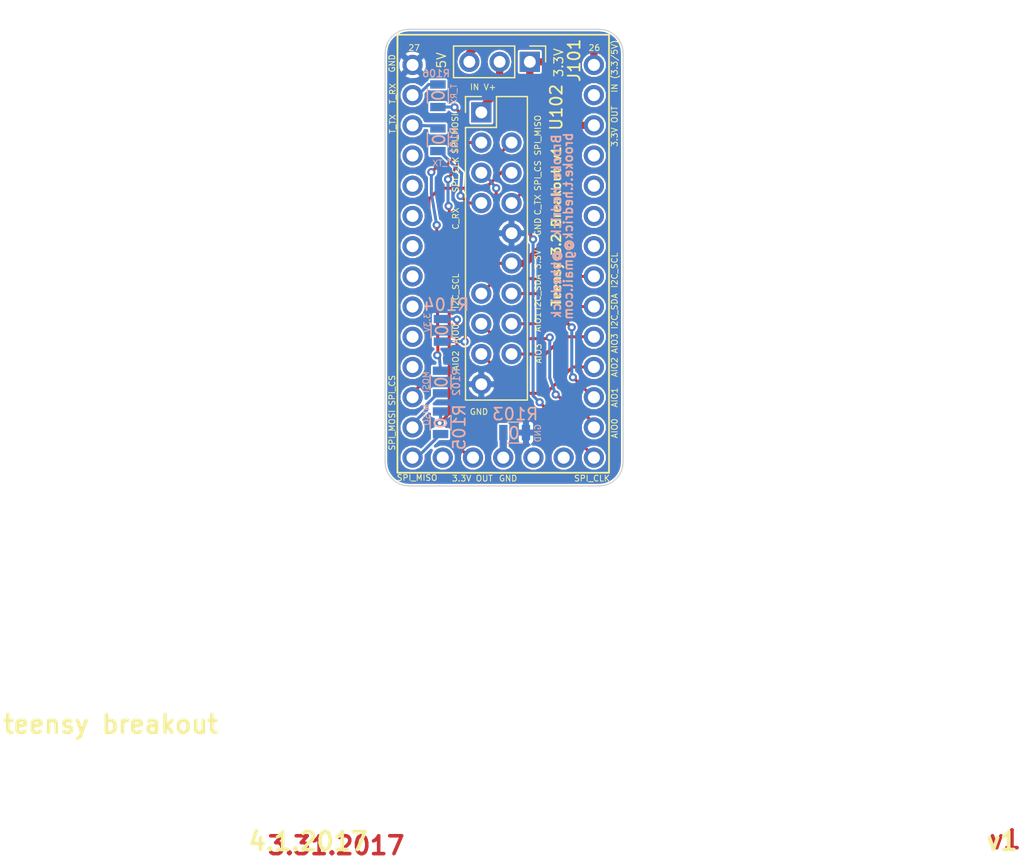
<source format=kicad_pcb>
(kicad_pcb (version 4) (host pcbnew 4.0.6)

  (general
    (links 26)
    (no_connects 0)
    (area 22.775 13.6226 108.235714 95.95)
    (thickness 1.6)
    (drawings 90)
    (tracks 145)
    (zones 0)
    (modules 9)
    (nets 23)
  )

  (page User 132.994 105.004)
  (layers
    (0 F.Cu signal)
    (31 B.Cu signal)
    (32 B.Adhes user)
    (33 F.Adhes user)
    (34 B.Paste user)
    (35 F.Paste user)
    (36 B.SilkS user)
    (37 F.SilkS user)
    (38 B.Mask user)
    (39 F.Mask user)
    (40 Dwgs.User user)
    (41 Cmts.User user)
    (42 Eco1.User user)
    (43 Eco2.User user)
    (44 Edge.Cuts user)
    (45 Margin user)
    (46 B.CrtYd user)
    (47 F.CrtYd user)
    (48 B.Fab user)
    (49 F.Fab user)
  )

  (setup
    (last_trace_width 0.254)
    (user_trace_width 0.6096)
    (trace_clearance 0.1524)
    (zone_clearance 0.127)
    (zone_45_only no)
    (trace_min 0.254)
    (segment_width 0.2)
    (edge_width 0.15)
    (via_size 0.6858)
    (via_drill 0.3302)
    (via_min_size 0.6858)
    (via_min_drill 0.3302)
    (uvia_size 0.3)
    (uvia_drill 0.1)
    (uvias_allowed no)
    (uvia_min_size 0.3)
    (uvia_min_drill 0.1)
    (pcb_text_width 0.3)
    (pcb_text_size 1.5 1.5)
    (mod_edge_width 0.15)
    (mod_text_size 1 1)
    (mod_text_width 0.15)
    (pad_size 1.524 1.524)
    (pad_drill 0.762)
    (pad_to_mask_clearance 0.2)
    (aux_axis_origin 0 0)
    (visible_elements 7FFFEFFF)
    (pcbplotparams
      (layerselection 0x010fc_80000001)
      (usegerberextensions true)
      (excludeedgelayer true)
      (linewidth 0.100000)
      (plotframeref false)
      (viasonmask true)
      (mode 1)
      (useauxorigin false)
      (hpglpennumber 1)
      (hpglpenspeed 20)
      (hpglpendiameter 15)
      (hpglpenoverlay 2)
      (psnegative false)
      (psa4output false)
      (plotreference true)
      (plotvalue true)
      (plotinvisibletext false)
      (padsonsilk false)
      (subtractmaskfromsilk false)
      (outputformat 1)
      (mirror false)
      (drillshape 0)
      (scaleselection 1)
      (outputdirectory ../gerber/))
  )

  (net 0 "")
  (net 1 /3.3V)
  (net 2 "Net-(J101-Pad2)")
  (net 3 /5V)
  (net 4 /TEENSY_TX)
  (net 5 "Net-(R101-Pad2)")
  (net 6 /SPI_MOSI)
  (net 7 "Net-(R102-Pad2)")
  (net 8 "Net-(R103-Pad1)")
  (net 9 /GND)
  (net 10 "Net-(R104-Pad1)")
  (net 11 "Net-(R105-Pad1)")
  (net 12 /SPI_MISO)
  (net 13 "Net-(R106-Pad1)")
  (net 14 /TEENSY_RX)
  (net 15 /SPI_CS)
  (net 16 /SPI_CLK)
  (net 17 /AIO0)
  (net 18 /AIO1)
  (net 19 /AIO2)
  (net 20 /AIO3)
  (net 21 /I2C_SDAT)
  (net 22 /I2C_SCLK)

  (net_class Default "This is the default net class."
    (clearance 0.1524)
    (trace_width 0.254)
    (via_dia 0.6858)
    (via_drill 0.3302)
    (uvia_dia 0.3)
    (uvia_drill 0.1)
    (add_net /3.3V)
    (add_net /5V)
    (add_net /AIO0)
    (add_net /AIO1)
    (add_net /AIO2)
    (add_net /AIO3)
    (add_net /GND)
    (add_net /I2C_SCLK)
    (add_net /I2C_SDAT)
    (add_net /SPI_CLK)
    (add_net /SPI_CS)
    (add_net /SPI_MISO)
    (add_net /SPI_MOSI)
    (add_net /TEENSY_RX)
    (add_net /TEENSY_TX)
    (add_net "Net-(J101-Pad2)")
    (add_net "Net-(R101-Pad2)")
    (add_net "Net-(R102-Pad2)")
    (add_net "Net-(R103-Pad1)")
    (add_net "Net-(R104-Pad1)")
    (add_net "Net-(R105-Pad1)")
    (add_net "Net-(R106-Pad1)")
  )

  (module Pin_Headers:Pin_Header_Straight_1x03_Pitch2.54mm (layer F.Cu) (tedit 58DF30F7) (tstamp 58DEADA5)
    (at 67.275 22.275 270)
    (descr "Through hole straight pin header, 1x03, 2.54mm pitch, single row")
    (tags "Through hole pin header THT 1x03 2.54mm single row")
    (path /58DDB710)
    (fp_text reference J101 (at -0.125 -3.725 270) (layer F.SilkS)
      (effects (font (size 1 1) (thickness 0.15)))
    )
    (fp_text value CONN_01X03 (at -6.225 2.225 360) (layer F.Fab) hide
      (effects (font (size 1 1) (thickness 0.15)))
    )
    (fp_line (start -1.27 -1.27) (end -1.27 6.35) (layer F.Fab) (width 0.1))
    (fp_line (start -1.27 6.35) (end 1.27 6.35) (layer F.Fab) (width 0.1))
    (fp_line (start 1.27 6.35) (end 1.27 -1.27) (layer F.Fab) (width 0.1))
    (fp_line (start 1.27 -1.27) (end -1.27 -1.27) (layer F.Fab) (width 0.1))
    (fp_line (start -1.33 1.27) (end -1.33 6.41) (layer F.SilkS) (width 0.12))
    (fp_line (start -1.33 6.41) (end 1.33 6.41) (layer F.SilkS) (width 0.12))
    (fp_line (start 1.33 6.41) (end 1.33 1.27) (layer F.SilkS) (width 0.12))
    (fp_line (start 1.33 1.27) (end -1.33 1.27) (layer F.SilkS) (width 0.12))
    (fp_line (start -1.33 0) (end -1.33 -1.33) (layer F.SilkS) (width 0.12))
    (fp_line (start -1.33 -1.33) (end 0 -1.33) (layer F.SilkS) (width 0.12))
    (fp_line (start -1.8 -1.8) (end -1.8 6.85) (layer F.CrtYd) (width 0.05))
    (fp_line (start -1.8 6.85) (end 1.8 6.85) (layer F.CrtYd) (width 0.05))
    (fp_line (start 1.8 6.85) (end 1.8 -1.8) (layer F.CrtYd) (width 0.05))
    (fp_line (start 1.8 -1.8) (end -1.8 -1.8) (layer F.CrtYd) (width 0.05))
    (fp_text user %R (at -0.125 -3.725 270) (layer F.Fab)
      (effects (font (size 1 1) (thickness 0.15)))
    )
    (pad 1 thru_hole rect (at 0 0 270) (size 1.7 1.7) (drill 1) (layers *.Cu *.Mask)
      (net 1 /3.3V))
    (pad 2 thru_hole oval (at 0 2.54 270) (size 1.7 1.7) (drill 1) (layers *.Cu *.Mask)
      (net 2 "Net-(J101-Pad2)"))
    (pad 3 thru_hole oval (at 0 5.08 270) (size 1.7 1.7) (drill 1) (layers *.Cu *.Mask)
      (net 3 /5V))
    (model ${KISYS3DMOD}/Pin_Headers.3dshapes/Pin_Header_Straight_1x03_Pitch2.54mm.wrl
      (at (xyz 0 -0.1 0))
      (scale (xyz 1 1 1))
      (rotate (xyz 0 0 90))
    )
  )

  (module Resistors_SMD:R_0805 (layer B.Cu) (tedit 58DF304A) (tstamp 58DEADAB)
    (at 59.55 28.825 270)
    (descr "Resistor SMD 0805, reflow soldering, Vishay (see dcrcw.pdf)")
    (tags "resistor 0805")
    (path /58DDDB5F)
    (attr smd)
    (fp_text reference R101 (at 0.075 -1.35 270) (layer B.SilkS)
      (effects (font (size 0.6 0.6) (thickness 0.1)) (justify mirror))
    )
    (fp_text value 0 (at -0.025 -0.1 270) (layer B.SilkS)
      (effects (font (size 1 1) (thickness 0.15)) (justify mirror))
    )
    (fp_text user %R (at 0.075 -1.35 270) (layer B.Fab)
      (effects (font (size 0.6 0.6) (thickness 0.1)) (justify mirror))
    )
    (fp_line (start -1 -0.62) (end -1 0.62) (layer B.Fab) (width 0.1))
    (fp_line (start 1 -0.62) (end -1 -0.62) (layer B.Fab) (width 0.1))
    (fp_line (start 1 0.62) (end 1 -0.62) (layer B.Fab) (width 0.1))
    (fp_line (start -1 0.62) (end 1 0.62) (layer B.Fab) (width 0.1))
    (fp_line (start 0.6 -0.88) (end -0.6 -0.88) (layer B.SilkS) (width 0.12))
    (fp_line (start -0.6 0.88) (end 0.6 0.88) (layer B.SilkS) (width 0.12))
    (fp_line (start -1.55 0.9) (end 1.55 0.9) (layer B.CrtYd) (width 0.05))
    (fp_line (start -1.55 0.9) (end -1.55 -0.9) (layer B.CrtYd) (width 0.05))
    (fp_line (start 1.55 -0.9) (end 1.55 0.9) (layer B.CrtYd) (width 0.05))
    (fp_line (start 1.55 -0.9) (end -1.55 -0.9) (layer B.CrtYd) (width 0.05))
    (pad 1 smd rect (at -0.95 0 270) (size 0.7 1.3) (layers B.Cu B.Paste B.Mask)
      (net 4 /TEENSY_TX))
    (pad 2 smd rect (at 0.95 0 270) (size 0.7 1.3) (layers B.Cu B.Paste B.Mask)
      (net 5 "Net-(R101-Pad2)"))
    (model Resistors_SMD.3dshapes/R_0805.wrl
      (at (xyz 0 0 0))
      (scale (xyz 1 1 1))
      (rotate (xyz 0 0 0))
    )
  )

  (module Resistors_SMD:R_0805 (layer B.Cu) (tedit 58DF2F54) (tstamp 58DEADB1)
    (at 59.775 49.2 90)
    (descr "Resistor SMD 0805, reflow soldering, Vishay (see dcrcw.pdf)")
    (tags "resistor 0805")
    (path /58DDD8DF)
    (attr smd)
    (fp_text reference R102 (at 0 1.325 90) (layer B.SilkS)
      (effects (font (size 0.6 0.6) (thickness 0.1)) (justify mirror))
    )
    (fp_text value 0 (at 0 0.075 90) (layer B.SilkS)
      (effects (font (size 1 1) (thickness 0.15)) (justify mirror))
    )
    (fp_text user %R (at 0 1.325 90) (layer B.Fab)
      (effects (font (size 0.6 0.6) (thickness 0.1)) (justify mirror))
    )
    (fp_line (start -1 -0.62) (end -1 0.62) (layer B.Fab) (width 0.1))
    (fp_line (start 1 -0.62) (end -1 -0.62) (layer B.Fab) (width 0.1))
    (fp_line (start 1 0.62) (end 1 -0.62) (layer B.Fab) (width 0.1))
    (fp_line (start -1 0.62) (end 1 0.62) (layer B.Fab) (width 0.1))
    (fp_line (start 0.6 -0.88) (end -0.6 -0.88) (layer B.SilkS) (width 0.12))
    (fp_line (start -0.6 0.88) (end 0.6 0.88) (layer B.SilkS) (width 0.12))
    (fp_line (start -1.55 0.9) (end 1.55 0.9) (layer B.CrtYd) (width 0.05))
    (fp_line (start -1.55 0.9) (end -1.55 -0.9) (layer B.CrtYd) (width 0.05))
    (fp_line (start 1.55 -0.9) (end 1.55 0.9) (layer B.CrtYd) (width 0.05))
    (fp_line (start 1.55 -0.9) (end -1.55 -0.9) (layer B.CrtYd) (width 0.05))
    (pad 1 smd rect (at -0.95 0 90) (size 0.7 1.3) (layers B.Cu B.Paste B.Mask)
      (net 6 /SPI_MOSI))
    (pad 2 smd rect (at 0.95 0 90) (size 0.7 1.3) (layers B.Cu B.Paste B.Mask)
      (net 7 "Net-(R102-Pad2)"))
    (model Resistors_SMD.3dshapes/R_0805.wrl
      (at (xyz 0 0 0))
      (scale (xyz 1 1 1))
      (rotate (xyz 0 0 0))
    )
  )

  (module Resistors_SMD:R_0805 (layer B.Cu) (tedit 58DF2E8A) (tstamp 58DEADB7)
    (at 66 53.45)
    (descr "Resistor SMD 0805, reflow soldering, Vishay (see dcrcw.pdf)")
    (tags "resistor 0805")
    (path /58DEAB07)
    (attr smd)
    (fp_text reference R103 (at 0.05 -1.55) (layer B.SilkS)
      (effects (font (size 1 1) (thickness 0.15)) (justify mirror))
    )
    (fp_text value 0 (at -0.05 0.05) (layer B.SilkS)
      (effects (font (size 1 1) (thickness 0.15)) (justify mirror))
    )
    (fp_text user %R (at 0.05 -1.55) (layer B.Fab)
      (effects (font (size 1 1) (thickness 0.15)) (justify mirror))
    )
    (fp_line (start -1 -0.62) (end -1 0.62) (layer B.Fab) (width 0.1))
    (fp_line (start 1 -0.62) (end -1 -0.62) (layer B.Fab) (width 0.1))
    (fp_line (start 1 0.62) (end 1 -0.62) (layer B.Fab) (width 0.1))
    (fp_line (start -1 0.62) (end 1 0.62) (layer B.Fab) (width 0.1))
    (fp_line (start 0.6 -0.88) (end -0.6 -0.88) (layer B.SilkS) (width 0.12))
    (fp_line (start -0.6 0.88) (end 0.6 0.88) (layer B.SilkS) (width 0.12))
    (fp_line (start -1.55 0.9) (end 1.55 0.9) (layer B.CrtYd) (width 0.05))
    (fp_line (start -1.55 0.9) (end -1.55 -0.9) (layer B.CrtYd) (width 0.05))
    (fp_line (start 1.55 -0.9) (end 1.55 0.9) (layer B.CrtYd) (width 0.05))
    (fp_line (start 1.55 -0.9) (end -1.55 -0.9) (layer B.CrtYd) (width 0.05))
    (pad 1 smd rect (at -0.95 0) (size 0.7 1.3) (layers B.Cu B.Paste B.Mask)
      (net 8 "Net-(R103-Pad1)"))
    (pad 2 smd rect (at 0.95 0) (size 0.7 1.3) (layers B.Cu B.Paste B.Mask)
      (net 9 /GND))
    (model Resistors_SMD.3dshapes/R_0805.wrl
      (at (xyz 0 0 0))
      (scale (xyz 1 1 1))
      (rotate (xyz 0 0 0))
    )
  )

  (module Resistors_SMD:R_0805 (layer B.Cu) (tedit 58DF3000) (tstamp 58DEADBD)
    (at 59.85 44.85 270)
    (descr "Resistor SMD 0805, reflow soldering, Vishay (see dcrcw.pdf)")
    (tags "resistor 0805")
    (path /58DDFB89)
    (attr smd)
    (fp_text reference R104 (at -2.15 -0.4 360) (layer B.SilkS)
      (effects (font (size 1 1) (thickness 0.15)) (justify mirror))
    )
    (fp_text value 0 (at 0 -0.05 270) (layer B.SilkS)
      (effects (font (size 1 1) (thickness 0.15)) (justify mirror))
    )
    (fp_text user %R (at -2.15 -0.4 360) (layer B.Fab)
      (effects (font (size 1 1) (thickness 0.15)) (justify mirror))
    )
    (fp_line (start -1 -0.62) (end -1 0.62) (layer B.Fab) (width 0.1))
    (fp_line (start 1 -0.62) (end -1 -0.62) (layer B.Fab) (width 0.1))
    (fp_line (start 1 0.62) (end 1 -0.62) (layer B.Fab) (width 0.1))
    (fp_line (start -1 0.62) (end 1 0.62) (layer B.Fab) (width 0.1))
    (fp_line (start 0.6 -0.88) (end -0.6 -0.88) (layer B.SilkS) (width 0.12))
    (fp_line (start -0.6 0.88) (end 0.6 0.88) (layer B.SilkS) (width 0.12))
    (fp_line (start -1.55 0.9) (end 1.55 0.9) (layer B.CrtYd) (width 0.05))
    (fp_line (start -1.55 0.9) (end -1.55 -0.9) (layer B.CrtYd) (width 0.05))
    (fp_line (start 1.55 -0.9) (end 1.55 0.9) (layer B.CrtYd) (width 0.05))
    (fp_line (start 1.55 -0.9) (end -1.55 -0.9) (layer B.CrtYd) (width 0.05))
    (pad 1 smd rect (at -0.95 0 270) (size 0.7 1.3) (layers B.Cu B.Paste B.Mask)
      (net 10 "Net-(R104-Pad1)"))
    (pad 2 smd rect (at 0.95 0 270) (size 0.7 1.3) (layers B.Cu B.Paste B.Mask)
      (net 1 /3.3V))
    (model Resistors_SMD.3dshapes/R_0805.wrl
      (at (xyz 0 0 0))
      (scale (xyz 1 1 1))
      (rotate (xyz 0 0 0))
    )
  )

  (module Resistors_SMD:R_0805 (layer B.Cu) (tedit 58DF2ECB) (tstamp 58DEADC3)
    (at 59.775 52.625 270)
    (descr "Resistor SMD 0805, reflow soldering, Vishay (see dcrcw.pdf)")
    (tags "resistor 0805")
    (path /58DDD6C1)
    (attr smd)
    (fp_text reference R105 (at 0.375 -1.575 270) (layer B.SilkS)
      (effects (font (size 1 1) (thickness 0.15)) (justify mirror))
    )
    (fp_text value 0 (at 0.025 -0.025 270) (layer B.SilkS)
      (effects (font (size 1 1) (thickness 0.15)) (justify mirror))
    )
    (fp_text user %R (at 0.375 -1.575 270) (layer B.Fab)
      (effects (font (size 1 1) (thickness 0.15)) (justify mirror))
    )
    (fp_line (start -1 -0.62) (end -1 0.62) (layer B.Fab) (width 0.1))
    (fp_line (start 1 -0.62) (end -1 -0.62) (layer B.Fab) (width 0.1))
    (fp_line (start 1 0.62) (end 1 -0.62) (layer B.Fab) (width 0.1))
    (fp_line (start -1 0.62) (end 1 0.62) (layer B.Fab) (width 0.1))
    (fp_line (start 0.6 -0.88) (end -0.6 -0.88) (layer B.SilkS) (width 0.12))
    (fp_line (start -0.6 0.88) (end 0.6 0.88) (layer B.SilkS) (width 0.12))
    (fp_line (start -1.55 0.9) (end 1.55 0.9) (layer B.CrtYd) (width 0.05))
    (fp_line (start -1.55 0.9) (end -1.55 -0.9) (layer B.CrtYd) (width 0.05))
    (fp_line (start 1.55 -0.9) (end 1.55 0.9) (layer B.CrtYd) (width 0.05))
    (fp_line (start 1.55 -0.9) (end -1.55 -0.9) (layer B.CrtYd) (width 0.05))
    (pad 1 smd rect (at -0.95 0 270) (size 0.7 1.3) (layers B.Cu B.Paste B.Mask)
      (net 11 "Net-(R105-Pad1)"))
    (pad 2 smd rect (at 0.95 0 270) (size 0.7 1.3) (layers B.Cu B.Paste B.Mask)
      (net 12 /SPI_MISO))
    (model Resistors_SMD.3dshapes/R_0805.wrl
      (at (xyz 0 0 0))
      (scale (xyz 1 1 1))
      (rotate (xyz 0 0 0))
    )
  )

  (module Resistors_SMD:R_0805 (layer B.Cu) (tedit 58DF3085) (tstamp 58DEADC9)
    (at 59.55 25.125 90)
    (descr "Resistor SMD 0805, reflow soldering, Vishay (see dcrcw.pdf)")
    (tags "resistor 0805")
    (path /58DDDC07)
    (attr smd)
    (fp_text reference R106 (at 1.875 -0.15 180) (layer B.SilkS)
      (effects (font (size 0.6 0.6) (thickness 0.1)) (justify mirror))
    )
    (fp_text value 0 (at 0.025 0.05 90) (layer B.SilkS)
      (effects (font (size 1 1) (thickness 0.15)) (justify mirror))
    )
    (fp_text user %R (at 1.875 -0.15 180) (layer B.Fab)
      (effects (font (size 0.6 0.6) (thickness 0.1)) (justify mirror))
    )
    (fp_line (start -1 -0.62) (end -1 0.62) (layer B.Fab) (width 0.1))
    (fp_line (start 1 -0.62) (end -1 -0.62) (layer B.Fab) (width 0.1))
    (fp_line (start 1 0.62) (end 1 -0.62) (layer B.Fab) (width 0.1))
    (fp_line (start -1 0.62) (end 1 0.62) (layer B.Fab) (width 0.1))
    (fp_line (start 0.6 -0.88) (end -0.6 -0.88) (layer B.SilkS) (width 0.12))
    (fp_line (start -0.6 0.88) (end 0.6 0.88) (layer B.SilkS) (width 0.12))
    (fp_line (start -1.55 0.9) (end 1.55 0.9) (layer B.CrtYd) (width 0.05))
    (fp_line (start -1.55 0.9) (end -1.55 -0.9) (layer B.CrtYd) (width 0.05))
    (fp_line (start 1.55 -0.9) (end 1.55 0.9) (layer B.CrtYd) (width 0.05))
    (fp_line (start 1.55 -0.9) (end -1.55 -0.9) (layer B.CrtYd) (width 0.05))
    (pad 1 smd rect (at -0.95 0 90) (size 0.7 1.3) (layers B.Cu B.Paste B.Mask)
      (net 13 "Net-(R106-Pad1)"))
    (pad 2 smd rect (at 0.95 0 90) (size 0.7 1.3) (layers B.Cu B.Paste B.Mask)
      (net 14 /TEENSY_RX))
    (model Resistors_SMD.3dshapes/R_0805.wrl
      (at (xyz 0 0 0))
      (scale (xyz 1 1 1))
      (rotate (xyz 0 0 0))
    )
  )

  (module teensy_breakout:Teensy-32 (layer F.Cu) (tedit 58DF30F6) (tstamp 58DEADEE)
    (at 65.040001 37.775)
    (path /58D9C7BD)
    (fp_text reference U101 (at -14.840001 -16.275 90) (layer F.SilkS) hide
      (effects (font (size 1 1) (thickness 0.15)))
    )
    (fp_text value Teensy-3.2 (at -0.090001 -23.225) (layer F.Fab) hide
      (effects (font (size 1 1) (thickness 0.15)))
    )
    (fp_line (start -8.89 19.05) (end 8.89 19.05) (layer F.SilkS) (width 0.15))
    (fp_line (start 8.89 19.05) (end 8.89 -17.78) (layer F.SilkS) (width 0.15))
    (fp_line (start 8.89 -17.78) (end -8.89 -17.78) (layer F.SilkS) (width 0.15))
    (fp_line (start -8.89 -17.78) (end -8.89 -16.51) (layer F.SilkS) (width 0.15))
    (fp_line (start -8.89 -17.78) (end -8.89 19.05) (layer F.SilkS) (width 0.15))
    (pad 0 thru_hole circle (at -7.62 -12.7) (size 1.7018 1.7018) (drill 1.016) (layers *.Cu *.Mask)
      (net 14 /TEENSY_RX))
    (pad 1 thru_hole circle (at -7.62 -10.16) (size 1.7018 1.7018) (drill 1.016) (layers *.Cu *.Mask)
      (net 4 /TEENSY_TX))
    (pad 2 thru_hole circle (at -7.62 -7.62) (size 1.7018 1.7018) (drill 1.016) (layers *.Cu *.Mask))
    (pad 3 thru_hole circle (at -7.62 -5.08) (size 1.7018 1.7018) (drill 1.016) (layers *.Cu *.Mask))
    (pad 4 thru_hole circle (at -7.62 -2.54) (size 1.7018 1.7018) (drill 1.016) (layers *.Cu *.Mask))
    (pad 5 thru_hole circle (at -7.62 0) (size 1.7018 1.7018) (drill 1.016) (layers *.Cu *.Mask))
    (pad 6 thru_hole circle (at -7.62 2.54) (size 1.7018 1.7018) (drill 1.016) (layers *.Cu *.Mask))
    (pad 7 thru_hole circle (at -7.62 5.08) (size 1.7018 1.7018) (drill 1.016) (layers *.Cu *.Mask))
    (pad 8 thru_hole circle (at -7.62 7.62) (size 1.7018 1.7018) (drill 1.016) (layers *.Cu *.Mask))
    (pad 9 thru_hole circle (at -7.62 10.16) (size 1.7018 1.7018) (drill 1.016) (layers *.Cu *.Mask))
    (pad 10 thru_hole circle (at -7.62 12.7) (size 1.7018 1.7018) (drill 1.016) (layers *.Cu *.Mask)
      (net 15 /SPI_CS))
    (pad 11 thru_hole circle (at -7.62 15.24) (size 1.7018 1.7018) (drill 1.016) (layers *.Cu *.Mask)
      (net 6 /SPI_MOSI))
    (pad 12 thru_hole circle (at -7.62 17.78) (size 1.7018 1.7018) (drill 1.016) (layers *.Cu *.Mask)
      (net 12 /SPI_MISO))
    (pad 13 thru_hole circle (at 7.62 17.78) (size 1.7018 1.7018) (drill 1.016) (layers *.Cu *.Mask)
      (net 16 /SPI_CLK))
    (pad 14 thru_hole circle (at 7.62 15.24) (size 1.7018 1.7018) (drill 1.016) (layers *.Cu *.Mask)
      (net 17 /AIO0))
    (pad 15 thru_hole circle (at 7.62 12.7) (size 1.7018 1.7018) (drill 1.016) (layers *.Cu *.Mask)
      (net 18 /AIO1))
    (pad 16 thru_hole circle (at 7.62 10.16) (size 1.7018 1.7018) (drill 1.016) (layers *.Cu *.Mask)
      (net 19 /AIO2))
    (pad 17 thru_hole circle (at 7.62 7.62) (size 1.7018 1.7018) (drill 1.016) (layers *.Cu *.Mask)
      (net 20 /AIO3))
    (pad 18 thru_hole circle (at 7.62 5.08) (size 1.7018 1.7018) (drill 1.016) (layers *.Cu *.Mask)
      (net 21 /I2C_SDAT))
    (pad 19 thru_hole circle (at 7.62 2.54) (size 1.7018 1.7018) (drill 1.016) (layers *.Cu *.Mask)
      (net 22 /I2C_SCLK))
    (pad 20 thru_hole circle (at 7.62 0) (size 1.7018 1.7018) (drill 1.016) (layers *.Cu *.Mask))
    (pad 21 thru_hole circle (at 7.62 -2.54) (size 1.7018 1.7018) (drill 1.016) (layers *.Cu *.Mask))
    (pad 22 thru_hole circle (at 7.62 -5.08) (size 1.7018 1.7018) (drill 1.016) (layers *.Cu *.Mask))
    (pad 23 thru_hole circle (at 7.62 -7.62) (size 1.7018 1.7018) (drill 1.016) (layers *.Cu *.Mask))
    (pad 24 thru_hole circle (at 7.62 -10.16) (size 1.7018 1.7018) (drill 1.016) (layers *.Cu *.Mask)
      (net 1 /3.3V))
    (pad 25 thru_hole circle (at 7.62 -12.7) (size 1.7018 1.7018) (drill 1.016) (layers *.Cu *.Mask))
    (pad 26 thru_hole circle (at 7.62 -15.24) (size 1.7018 1.7018) (drill 1.016) (layers *.Cu *.Mask)
      (net 3 /5V))
    (pad 27 thru_hole circle (at -7.62 -15.24) (size 1.7018 1.7018) (drill 1.016) (layers *.Cu *.Mask)
      (net 9 /GND))
    (pad 28 thru_hole circle (at -5.08 17.78) (size 1.7018 1.7018) (drill 1.016) (layers *.Cu *.Mask))
    (pad 29 thru_hole circle (at -2.54 17.78) (size 1.7018 1.7018) (drill 1.016) (layers *.Cu *.Mask)
      (net 10 "Net-(R104-Pad1)"))
    (pad 30 thru_hole circle (at 0 17.78) (size 1.7018 1.7018) (drill 1.016) (layers *.Cu *.Mask)
      (net 8 "Net-(R103-Pad1)"))
    (pad 31 thru_hole circle (at 2.54 17.78) (size 1.7018 1.7018) (drill 1.016) (layers *.Cu *.Mask))
    (pad 32 thru_hole circle (at 5.08 17.78) (size 1.7018 1.7018) (drill 1.016) (layers *.Cu *.Mask))
  )

  (module teensy_breakout:CE_HEADER (layer F.Cu) (tedit 58DF36C8) (tstamp 58DEAE02)
    (at 63.2 26.525)
    (descr "Through hole straight pin header, 2x10, 2.54mm pitch, double rows")
    (tags "Through hole pin header THT 2x10 2.54mm double row")
    (path /58D9C6C3)
    (fp_text reference U102 (at 6.3 -0.425 90) (layer F.SilkS)
      (effects (font (size 1 1) (thickness 0.15)))
    )
    (fp_text value CE_HEADER (at -10.9 23.625 90) (layer F.Fab) hide
      (effects (font (size 1 1) (thickness 0.15)))
    )
    (fp_line (start -1.27 -1.27) (end -1.27 24.13) (layer F.Fab) (width 0.1))
    (fp_line (start -1.27 24.13) (end 3.81 24.13) (layer F.Fab) (width 0.1))
    (fp_line (start 3.81 24.13) (end 3.81 -1.27) (layer F.Fab) (width 0.1))
    (fp_line (start 3.81 -1.27) (end -1.27 -1.27) (layer F.Fab) (width 0.1))
    (fp_line (start -1.33 1.27) (end -1.33 24.19) (layer F.SilkS) (width 0.12))
    (fp_line (start -1.33 24.19) (end 3.87 24.19) (layer F.SilkS) (width 0.12))
    (fp_line (start 3.87 24.19) (end 3.87 -1.33) (layer F.SilkS) (width 0.12))
    (fp_line (start 3.87 -1.33) (end 1.27 -1.33) (layer F.SilkS) (width 0.12))
    (fp_line (start 1.27 -1.33) (end 1.27 1.27) (layer F.SilkS) (width 0.12))
    (fp_line (start 1.27 1.27) (end -1.33 1.27) (layer F.SilkS) (width 0.12))
    (fp_line (start -1.33 0) (end -1.33 -1.33) (layer F.SilkS) (width 0.12))
    (fp_line (start -1.33 -1.33) (end 0 -1.33) (layer F.SilkS) (width 0.12))
    (fp_line (start -1.8 -1.8) (end -1.8 24.65) (layer F.CrtYd) (width 0.05))
    (fp_line (start -1.8 24.65) (end 4.35 24.65) (layer F.CrtYd) (width 0.05))
    (fp_line (start 4.35 24.65) (end 4.35 -1.8) (layer F.CrtYd) (width 0.05))
    (fp_line (start 4.35 -1.8) (end -1.8 -1.8) (layer F.CrtYd) (width 0.05))
    (fp_text user %R (at 6.3 -0.425 90) (layer F.Fab)
      (effects (font (size 1 1) (thickness 0.15)))
    )
    (pad 1 thru_hole rect (at 0 0) (size 1.7 1.7) (drill 1) (layers *.Cu *.Mask)
      (net 2 "Net-(J101-Pad2)"))
    (pad 3 thru_hole oval (at 0 2.54) (size 1.7 1.7) (drill 1) (layers *.Cu *.Mask)
      (net 7 "Net-(R102-Pad2)"))
    (pad 4 thru_hole oval (at 2.54 2.54) (size 1.7 1.7) (drill 1) (layers *.Cu *.Mask)
      (net 11 "Net-(R105-Pad1)"))
    (pad 5 thru_hole oval (at 0 5.08) (size 1.7 1.7) (drill 1) (layers *.Cu *.Mask)
      (net 16 /SPI_CLK))
    (pad 6 thru_hole oval (at 2.54 5.08) (size 1.7 1.7) (drill 1) (layers *.Cu *.Mask)
      (net 15 /SPI_CS))
    (pad 7 thru_hole oval (at 0 7.62) (size 1.7 1.7) (drill 1) (layers *.Cu *.Mask)
      (net 5 "Net-(R101-Pad2)"))
    (pad 8 thru_hole oval (at 2.54 7.62) (size 1.7 1.7) (drill 1) (layers *.Cu *.Mask)
      (net 13 "Net-(R106-Pad1)"))
    (pad 10 thru_hole oval (at 2.54 10.16) (size 1.7 1.7) (drill 1) (layers *.Cu *.Mask)
      (net 9 /GND))
    (pad 12 thru_hole oval (at 2.54 12.7) (size 1.7 1.7) (drill 1) (layers *.Cu *.Mask)
      (net 1 /3.3V))
    (pad 13 thru_hole oval (at 0 15.24) (size 1.7 1.7) (drill 1) (layers *.Cu *.Mask)
      (net 22 /I2C_SCLK))
    (pad 14 thru_hole oval (at 2.54 15.24) (size 1.7 1.7) (drill 1) (layers *.Cu *.Mask)
      (net 21 /I2C_SDAT))
    (pad 15 thru_hole oval (at 0 17.78) (size 1.7 1.7) (drill 1) (layers *.Cu *.Mask)
      (net 17 /AIO0))
    (pad 16 thru_hole oval (at 2.54 17.78) (size 1.7 1.7) (drill 1) (layers *.Cu *.Mask)
      (net 18 /AIO1))
    (pad 17 thru_hole oval (at 0 20.32) (size 1.7 1.7) (drill 1) (layers *.Cu *.Mask)
      (net 19 /AIO2))
    (pad 18 thru_hole oval (at 2.54 20.32) (size 1.7 1.7) (drill 1) (layers *.Cu *.Mask)
      (net 20 /AIO3))
    (pad 19 thru_hole oval (at 0 22.86) (size 1.7 1.7) (drill 1) (layers *.Cu *.Mask)
      (net 9 /GND))
    (model ${KISYS3DMOD}/Pin_Headers.3dshapes/Pin_Header_Straight_2x10_Pitch2.54mm.wrl
      (at (xyz 0.05 -0.45 0))
      (scale (xyz 1 1 1))
      (rotate (xyz 0 0 90))
    )
  )

  (gr_text v1 (at 106.7 87.975) (layer Dwgs.User)
    (effects (font (size 1.5 1.5) (thickness 0.3)))
  )
  (gr_text 4.1.2017 (at 49.8 87.725) (layer Dwgs.User)
    (effects (font (size 1.5 1.5) (thickness 0.3)))
  )
  (gr_text "teensy breakout" (at 32.05 77.975) (layer F.SilkS)
    (effects (font (size 1.5 1.5) (thickness 0.3)))
  )
  (gr_text v1 (at 106.95 87.825) (layer F.SilkS)
    (effects (font (size 1.5 1.5) (thickness 0.3)))
  )
  (gr_text 4.1.2017 (at 48.65 87.825) (layer F.SilkS)
    (effects (font (size 1.5 1.5) (thickness 0.3)))
  )
  (gr_line (start 55.9962 19.8793) (end 56.3359 19.6945) (layer Edge.Cuts) (width 0.1))
  (gr_line (start 55.4555 57.0538) (end 55.2707 56.7141) (layer Edge.Cuts) (width 0.1))
  (gr_line (start 55.1539 56.3391) (end 55.1131 55.9369) (layer Edge.Cuts) (width 0.1))
  (gr_line (start 55.2707 20.7597) (end 55.4555 20.42) (layer Edge.Cuts) (width 0.1))
  (gr_line (start 56.7109 19.5777) (end 57.1131 19.5369) (layer Edge.Cuts) (width 0.1))
  (gr_line (start 57.1131 19.5369) (end 57.1131 19.5369) (layer Edge.Cuts) (width 0.1))
  (gr_line (start 55.2707 56.7141) (end 55.1539 56.3391) (layer Edge.Cuts) (width 0.1))
  (gr_line (start 55.1131 55.9369) (end 55.1131 21.5369) (layer Edge.Cuts) (width 0.1))
  (gr_line (start 55.1539 21.1347) (end 55.2707 20.7597) (layer Edge.Cuts) (width 0.1))
  (gr_line (start 56.3359 19.6945) (end 56.7109 19.5777) (layer Edge.Cuts) (width 0.1))
  (gr_line (start 55.1131 21.5369) (end 55.1539 21.1347) (layer Edge.Cuts) (width 0.1))
  (gr_line (start 55.7 20.1238) (end 55.9962 19.8793) (layer Edge.Cuts) (width 0.1))
  (gr_line (start 55.4555 20.42) (end 55.7 20.1238) (layer Edge.Cuts) (width 0.1))
  (gr_line (start 55.9962 57.5945) (end 55.7 57.35) (layer Edge.Cuts) (width 0.1))
  (gr_line (start 56.3359 57.7793) (end 55.9962 57.5945) (layer Edge.Cuts) (width 0.1))
  (gr_line (start 73.1131 57.9369) (end 57.1131 57.9369) (layer Edge.Cuts) (width 0.1))
  (gr_line (start 73.1131 19.5369) (end 73.5153 19.5777) (layer Edge.Cuts) (width 0.1))
  (gr_line (start 74.5262 20.1238) (end 74.7707 20.42) (layer Edge.Cuts) (width 0.1))
  (gr_line (start 57.1131 57.9369) (end 56.7109 57.8961) (layer Edge.Cuts) (width 0.1))
  (gr_line (start 74.9555 56.7141) (end 74.7707 57.0538) (layer Edge.Cuts) (width 0.1))
  (gr_line (start 74.23 57.5945) (end 73.8903 57.7793) (layer Edge.Cuts) (width 0.1))
  (gr_line (start 75.0723 21.1347) (end 75.1131 21.5369) (layer Edge.Cuts) (width 0.1))
  (gr_line (start 73.5153 57.8961) (end 73.1131 57.9369) (layer Edge.Cuts) (width 0.1))
  (gr_line (start 73.8903 57.7793) (end 73.5153 57.8961) (layer Edge.Cuts) (width 0.1))
  (gr_line (start 74.23 19.8793) (end 74.5262 20.1238) (layer Edge.Cuts) (width 0.1))
  (gr_line (start 74.7707 57.0538) (end 74.5262 57.35) (layer Edge.Cuts) (width 0.1))
  (gr_line (start 75.1131 21.5369) (end 75.1131 55.9369) (layer Edge.Cuts) (width 0.1))
  (gr_line (start 75.0723 56.3391) (end 74.9555 56.7141) (layer Edge.Cuts) (width 0.1))
  (gr_line (start 75.1131 55.9369) (end 75.0723 56.3391) (layer Edge.Cuts) (width 0.1))
  (gr_line (start 74.7707 20.42) (end 74.9555 20.7597) (layer Edge.Cuts) (width 0.1))
  (gr_line (start 56.7109 57.8961) (end 56.3359 57.7793) (layer Edge.Cuts) (width 0.1))
  (gr_line (start 74.5262 57.35) (end 74.23 57.5945) (layer Edge.Cuts) (width 0.1))
  (gr_line (start 74.9555 20.7597) (end 75.0723 21.1347) (layer Edge.Cuts) (width 0.1))
  (gr_line (start 73.8903 19.6945) (end 74.23 19.8793) (layer Edge.Cuts) (width 0.1))
  (gr_line (start 73.5153 19.5777) (end 73.8903 19.6945) (layer Edge.Cuts) (width 0.1))
  (gr_line (start 57.1131 19.5369) (end 73.1131 19.5369) (layer Edge.Cuts) (width 0.1))
  (gr_line (start 55.7 57.35) (end 55.4555 57.0538) (layer Edge.Cuts) (width 0.1))
  (gr_text SPI_MISO (at 67.95 28.45 90) (layer F.SilkS)
    (effects (font (size 0.5 0.5) (thickness 0.075)))
  )
  (gr_text C_RX (at 61.05 35.45 90) (layer F.SilkS)
    (effects (font (size 0.5 0.5) (thickness 0.075)))
  )
  (gr_text "IN V+" (at 63.35 24.4) (layer F.SilkS)
    (effects (font (size 0.5 0.5) (thickness 0.075)))
  )
  (gr_text SPI_MOSI (at 61 28.3 90) (layer F.SilkS)
    (effects (font (size 0.5 0.5) (thickness 0.075)))
  )
  (gr_text SPI_CLK (at 61.05 31.75 90) (layer F.SilkS)
    (effects (font (size 0.5 0.5) (thickness 0.075)))
  )
  (gr_text AIO2 (at 61.05 47.4 90) (layer F.SilkS)
    (effects (font (size 0.5 0.5) (thickness 0.075)))
  )
  (gr_text AIO0 (at 61.05 45.15 90) (layer F.SilkS)
    (effects (font (size 0.5 0.5) (thickness 0.075)))
  )
  (gr_text I2C_SCL (at 61.05 41.55 90) (layer F.SilkS)
    (effects (font (size 0.5 0.5) (thickness 0.075)))
  )
  (gr_text C_TX (at 67.95 34.3 90) (layer F.SilkS)
    (effects (font (size 0.5 0.5) (thickness 0.075)))
  )
  (gr_text SPI_CS (at 67.95 31.85 90) (layer F.SilkS)
    (effects (font (size 0.5 0.5) (thickness 0.075)))
  )
  (gr_text GND (at 67.95 36.15 90) (layer F.SilkS)
    (effects (font (size 0.5 0.5) (thickness 0.075)))
  )
  (gr_text 3.3V (at 67.95 38.9 90) (layer F.SilkS)
    (effects (font (size 0.5 0.5) (thickness 0.075)))
  )
  (gr_text I2C_SDA (at 67.95 41.65 90) (layer F.SilkS)
    (effects (font (size 0.5 0.5) (thickness 0.075)))
  )
  (gr_text AIO1 (at 67.95 44.15 90) (layer F.SilkS)
    (effects (font (size 0.5 0.5) (thickness 0.075)))
  )
  (gr_text AIO3 (at 68 46.8 90) (layer F.SilkS)
    (effects (font (size 0.5 0.5) (thickness 0.075)))
  )
  (gr_text GND (at 63 51.7) (layer F.SilkS)
    (effects (font (size 0.5 0.5) (thickness 0.075)))
  )
  (gr_text T_TX (at 59.9 30.8) (layer B.SilkS)
    (effects (font (size 0.5 0.5) (thickness 0.075)) (justify mirror))
  )
  (gr_text T_RX (at 60.9 25 90) (layer B.SilkS)
    (effects (font (size 0.5 0.5) (thickness 0.075)) (justify mirror))
  )
  (gr_text 3.3V (at 58.65 44.2 90) (layer B.SilkS)
    (effects (font (size 0.5 0.5) (thickness 0.075)) (justify mirror))
  )
  (gr_text GND (at 67.95 53.5 90) (layer B.SilkS)
    (effects (font (size 0.5 0.5) (thickness 0.075)) (justify mirror))
  )
  (gr_text "IN (3.3/5V)" (at 74.4 22.65 90) (layer F.SilkS)
    (effects (font (size 0.5 0.5) (thickness 0.075)))
  )
  (gr_text "3.3V OUT" (at 74.4 27.7 90) (layer F.SilkS)
    (effects (font (size 0.5 0.5) (thickness 0.075)))
  )
  (gr_text I2C_SCL (at 74.4 39.8 90) (layer F.SilkS)
    (effects (font (size 0.5 0.5) (thickness 0.075)))
  )
  (gr_text I2C_SDA (at 74.4 43.25 90) (layer F.SilkS)
    (effects (font (size 0.5 0.5) (thickness 0.075)))
  )
  (gr_text AIO3 (at 74.4 45.95 90) (layer F.SilkS)
    (effects (font (size 0.5 0.5) (thickness 0.075)))
  )
  (gr_text AIO2 (at 74.4 47.95 90) (layer F.SilkS)
    (effects (font (size 0.5 0.5) (thickness 0.075)))
  )
  (gr_text AIO1 (at 74.4 50.5 90) (layer F.SilkS)
    (effects (font (size 0.5 0.5) (thickness 0.075)))
  )
  (gr_text AIO0 (at 74.4 53.1 90) (layer F.SilkS)
    (effects (font (size 0.5 0.5) (thickness 0.075)))
  )
  (gr_text SPI_CLK (at 72.5 57.3) (layer F.SilkS)
    (effects (font (size 0.5 0.5) (thickness 0.075)))
  )
  (gr_text 26 (at 72.7 21.1) (layer F.SilkS)
    (effects (font (size 0.5 0.5) (thickness 0.075)))
  )
  (gr_text 27 (at 57.55 21.1) (layer F.SilkS)
    (effects (font (size 0.5 0.5) (thickness 0.075)))
  )
  (gr_text GND (at 65.45 57.3) (layer F.SilkS)
    (effects (font (size 0.5 0.5) (thickness 0.075)))
  )
  (gr_text "3.3V OUT" (at 62.45 57.3) (layer F.SilkS)
    (effects (font (size 0.5 0.5) (thickness 0.075)))
  )
  (gr_text SPI_MISO (at 57.8 57.25) (layer F.SilkS)
    (effects (font (size 0.5 0.5) (thickness 0.075)))
  )
  (gr_text SPI_MOSI (at 55.7 53.25 90) (layer F.SilkS)
    (effects (font (size 0.5 0.5) (thickness 0.075)))
  )
  (gr_text SPI_CS (at 55.7 49.9 90) (layer F.SilkS)
    (effects (font (size 0.5 0.5) (thickness 0.075)))
  )
  (gr_text T_TX (at 55.75 27.5 90) (layer F.SilkS)
    (effects (font (size 0.5 0.5) (thickness 0.075)))
  )
  (gr_text T_RX (at 55.75 24.95 90) (layer F.SilkS)
    (effects (font (size 0.5 0.5) (thickness 0.075)))
  )
  (gr_text GND (at 55.7 22.4 90) (layer F.SilkS)
    (effects (font (size 0.5 0.5) (thickness 0.075)))
  )
  (gr_text MISO (at 58.6 51.95 90) (layer B.SilkS)
    (effects (font (size 0.5 0.5) (thickness 0.075)) (justify mirror))
  )
  (gr_text MOSI (at 58.55 49.2 90) (layer B.SilkS)
    (effects (font (size 0.5 0.5) (thickness 0.075)) (justify mirror))
  )
  (gr_text 3.3V (at 69.7 22.35 90) (layer F.SilkS)
    (effects (font (size 0.75 0.75) (thickness 0.1)))
  )
  (gr_text 5V (at 59.85 22.15 90) (layer F.SilkS)
    (effects (font (size 0.75 0.75) (thickness 0.1)))
  )
  (gr_text brooke.t.hedrick@gmail.com (at 70.5 36.1 90) (layer B.SilkS)
    (effects (font (size 0.75 0.75) (thickness 0.15)) (justify mirror))
  )
  (gr_text "Brooke Hedrick  @bhedrick" (at 69.5 36.1 90) (layer B.SilkS)
    (effects (font (size 0.75 0.75) (thickness 0.15)) (justify mirror))
  )
  (gr_text "Teensy 3.2 Breakout v1" (at 69.5 36.1 90) (layer F.SilkS)
    (effects (font (size 0.75 0.75) (thickness 0.15)))
  )
  (gr_text v1 (at 107.225 87.675) (layer F.Cu)
    (effects (font (size 1.5 1.5) (thickness 0.3)))
  )
  (gr_text 3.31.2017 (at 51 88.175) (layer F.Cu)
    (effects (font (size 1.5 1.5) (thickness 0.3)))
  )

  (segment (start 59.85 45.8) (end 61.8 45.8) (width 0.254) (layer B.Cu) (net 1))
  (segment (start 63.375 39.225) (end 65.74 39.225) (width 0.254) (layer F.Cu) (net 1) (tstamp 58DF2AC3))
  (segment (start 61.85 40.75) (end 63.375 39.225) (width 0.254) (layer F.Cu) (net 1) (tstamp 58DF2AC1))
  (segment (start 61.85 45.75) (end 61.85 40.75) (width 0.254) (layer F.Cu) (net 1) (tstamp 58DF2ABA))
  (segment (start 61.8 45.8) (end 61.85 45.75) (width 0.254) (layer F.Cu) (net 1) (tstamp 58DF2AB9))
  (via (at 61.8 45.8) (size 0.6858) (drill 0.3302) (layers F.Cu B.Cu) (net 1))
  (segment (start 65.74 39.225) (end 66.875 39.225) (width 0.6096) (layer F.Cu) (net 1))
  (segment (start 67.275 23.75) (end 67.275 22.275) (width 0.6096) (layer F.Cu) (net 1) (tstamp 58DEB581))
  (segment (start 68.525 25) (end 67.275 23.75) (width 0.6096) (layer F.Cu) (net 1) (tstamp 58DEB57E))
  (segment (start 68.525 37.575) (end 68.525 25) (width 0.6096) (layer F.Cu) (net 1) (tstamp 58DEB57B))
  (segment (start 66.875 39.225) (end 68.525 37.575) (width 0.6096) (layer F.Cu) (net 1) (tstamp 58DEB579))
  (segment (start 67.275 22.275) (end 68.5 22.275) (width 0.6096) (layer F.Cu) (net 1))
  (segment (start 71.015 27.615) (end 72.660001 27.615) (width 0.6096) (layer F.Cu) (net 1) (tstamp 58DEB429))
  (segment (start 70.425 27.025) (end 71.015 27.615) (width 0.6096) (layer F.Cu) (net 1) (tstamp 58DEB428))
  (segment (start 70.425 24.2) (end 70.425 27.025) (width 0.6096) (layer F.Cu) (net 1) (tstamp 58DEB426))
  (segment (start 68.5 22.275) (end 70.425 24.2) (width 0.6096) (layer F.Cu) (net 1) (tstamp 58DEB41C))
  (segment (start 63.2 26.525) (end 63.2 26.15) (width 0.6096) (layer F.Cu) (net 2))
  (segment (start 63.2 26.15) (end 64.735 24.615) (width 0.6096) (layer F.Cu) (net 2) (tstamp 58DEB418))
  (segment (start 64.735 24.615) (end 64.735 22.275) (width 0.6096) (layer F.Cu) (net 2) (tstamp 58DEB419))
  (segment (start 62.195 22.275) (end 62.195 21.555) (width 0.6096) (layer F.Cu) (net 3))
  (segment (start 62.195 21.555) (end 63.275 20.475) (width 0.6096) (layer F.Cu) (net 3) (tstamp 58DEB40C))
  (segment (start 63.275 20.475) (end 71.95 20.475) (width 0.6096) (layer F.Cu) (net 3) (tstamp 58DEB411))
  (segment (start 71.95 20.475) (end 72.660001 21.185001) (width 0.6096) (layer F.Cu) (net 3) (tstamp 58DEB414))
  (segment (start 72.660001 21.185001) (end 72.660001 22.535) (width 0.6096) (layer F.Cu) (net 3) (tstamp 58DEB415))
  (segment (start 57.420001 27.615) (end 59.34 27.665) (width 0.254) (layer B.Cu) (net 4) (status 20))
  (segment (start 59.34 27.665) (end 59.55 27.875) (width 0.254) (layer B.Cu) (net 4) (tstamp 58DEB446) (status 30))
  (segment (start 61.45 33.55) (end 61.55 31.65) (width 0.254) (layer B.Cu) (net 5))
  (segment (start 63.2 34.145) (end 62.095 34.145) (width 0.254) (layer F.Cu) (net 5) (tstamp 58DF2B35))
  (segment (start 61.45 33.55) (end 62.095 34.145) (width 0.254) (layer F.Cu) (net 5) (tstamp 58DF2B34))
  (via (at 61.45 33.55) (size 0.6858) (drill 0.3302) (layers F.Cu B.Cu) (net 5))
  (segment (start 61.5 31.6) (end 59.625 29.725) (width 0.254) (layer B.Cu) (net 5) (tstamp 58DF2B25))
  (segment (start 61.55 31.65) (end 61.5 31.6) (width 0.254) (layer B.Cu) (net 5) (tstamp 58DF3DCD))
  (segment (start 59.55 29.775) (end 59.625 29.725) (width 0.254) (layer B.Cu) (net 5))
  (segment (start 57.420001 53.015) (end 57.420001 52.729999) (width 0.254) (layer B.Cu) (net 6))
  (segment (start 57.420001 52.729999) (end 58.625 51.525) (width 0.254) (layer B.Cu) (net 6) (tstamp 58DEB60A))
  (segment (start 58.625 51.525) (end 58.625 51.075) (width 0.254) (layer B.Cu) (net 6) (tstamp 58DEB60B))
  (segment (start 58.625 51.075) (end 59.55 50.15) (width 0.254) (layer B.Cu) (net 6) (tstamp 58DEB60C))
  (segment (start 59.55 50.15) (end 59.775 50.15) (width 0.254) (layer B.Cu) (net 6) (tstamp 58DEB610))
  (segment (start 59.775 48.25) (end 59.675 47.125) (width 0.254) (layer B.Cu) (net 7))
  (segment (start 62.185 29.065) (end 60.05 31.2) (width 0.254) (layer F.Cu) (net 7) (tstamp 58DF28A3))
  (segment (start 60.05 31.2) (end 59.35 31.2) (width 0.254) (layer F.Cu) (net 7) (tstamp 58DF28A9))
  (segment (start 59.35 31.2) (end 59 31.55) (width 0.254) (layer F.Cu) (net 7) (tstamp 58DF28AB))
  (via (at 59 31.55) (size 0.6858) (drill 0.3302) (layers F.Cu B.Cu) (net 7))
  (segment (start 62.185 29.065) (end 63.2 29.065) (width 0.254) (layer F.Cu) (net 7))
  (segment (start 59 33.35) (end 59 31.55) (width 0.254) (layer B.Cu) (net 7) (tstamp 58DF291B))
  (segment (start 59.45 36) (end 59 33.35) (width 0.254) (layer B.Cu) (net 7) (tstamp 58DF291A))
  (via (at 59.45 36) (size 0.6858) (drill 0.3302) (layers F.Cu B.Cu) (net 7))
  (segment (start 59.55 46.9) (end 59.45 36) (width 0.254) (layer F.Cu) (net 7) (tstamp 58DF2911))
  (segment (start 59.5 46.95) (end 59.55 46.9) (width 0.254) (layer F.Cu) (net 7) (tstamp 58DF2910))
  (via (at 59.5 46.95) (size 0.6858) (drill 0.3302) (layers F.Cu B.Cu) (net 7))
  (segment (start 59.675 47.125) (end 59.5 46.95) (width 0.254) (layer B.Cu) (net 7) (tstamp 58DF28FE))
  (segment (start 65.040001 55.555) (end 65.040001 53.459999) (width 0.6096) (layer B.Cu) (net 8))
  (segment (start 65.040001 53.459999) (end 65.05 53.45) (width 0.6096) (layer B.Cu) (net 8) (tstamp 58DF2741))
  (segment (start 61.15 43.95) (end 61.15 54.5) (width 0.254) (layer F.Cu) (net 10))
  (via (at 61.15 43.95) (size 0.6858) (drill 0.3302) (layers F.Cu B.Cu) (net 10))
  (segment (start 61.15 43.95) (end 61.1 43.9) (width 0.254) (layer B.Cu) (net 10) (tstamp 58DF23AA))
  (segment (start 59.85 43.9) (end 61.1 43.9) (width 0.254) (layer B.Cu) (net 10) (tstamp 58DF23AB))
  (segment (start 61.4 54.75) (end 62.205 55.555) (width 0.254) (layer F.Cu) (net 10) (tstamp 58DF2370))
  (segment (start 61.15 54.5) (end 61.4 54.75) (width 0.254) (layer F.Cu) (net 10) (tstamp 58DF2A56))
  (segment (start 62.500001 55.555) (end 62.205 55.555) (width 0.254) (layer F.Cu) (net 10))
  (segment (start 60.4 32.15) (end 60.4 34.35) (width 0.254) (layer B.Cu) (net 11))
  (via (at 60.4 32.15) (size 0.6858) (drill 0.3302) (layers F.Cu B.Cu) (net 11))
  (segment (start 61.55 30.35) (end 60.4 32.15) (width 0.254) (layer F.Cu) (net 11) (tstamp 58DF2879))
  (segment (start 64.4 30.35) (end 61.55 30.35) (width 0.254) (layer F.Cu) (net 11) (tstamp 58DF2874))
  (segment (start 65.685 29.065) (end 64.4 30.35) (width 0.254) (layer F.Cu) (net 11) (tstamp 58DF2872))
  (segment (start 60.4 34.35) (end 60.45 34.4) (width 0.254) (layer B.Cu) (net 11) (tstamp 58DF2BB0))
  (segment (start 59.775 51.675) (end 59.775 52.575) (width 0.254) (layer B.Cu) (net 11))
  (via (at 60.45 34.4) (size 0.6858) (drill 0.3302) (layers F.Cu B.Cu) (net 11))
  (segment (start 60.5 34.65) (end 60.45 34.4) (width 0.254) (layer F.Cu) (net 11) (tstamp 58DF2959))
  (segment (start 60.5 51.85) (end 60.5 34.65) (width 0.254) (layer F.Cu) (net 11) (tstamp 58DF293C))
  (segment (start 59.7 52.65) (end 60.5 51.85) (width 0.254) (layer F.Cu) (net 11) (tstamp 58DF293B))
  (via (at 59.7 52.65) (size 0.6858) (drill 0.3302) (layers F.Cu B.Cu) (net 11))
  (segment (start 59.775 52.575) (end 59.7 52.65) (width 0.254) (layer B.Cu) (net 11) (tstamp 58DF2934))
  (segment (start 60.45 34.4) (end 60.35 34.3) (width 0.254) (layer B.Cu) (net 11) (tstamp 58DF2965))
  (segment (start 65.74 29.065) (end 65.685 29.065) (width 0.254) (layer F.Cu) (net 11))
  (segment (start 57.420001 55.555) (end 57.795 55.555) (width 0.254) (layer B.Cu) (net 12))
  (segment (start 57.795 55.555) (end 59.775 53.575) (width 0.254) (layer B.Cu) (net 12) (tstamp 58DEB5D1))
  (segment (start 59.55 26.075) (end 60.925 26.075) (width 0.254) (layer B.Cu) (net 13))
  (segment (start 67.475 32.41) (end 65.74 34.145) (width 0.254) (layer F.Cu) (net 13) (tstamp 58DEB4CA))
  (segment (start 67.475 28.225) (end 67.475 32.41) (width 0.254) (layer F.Cu) (net 13) (tstamp 58DEB4C5))
  (segment (start 67.05 27.8) (end 67.475 28.225) (width 0.254) (layer F.Cu) (net 13) (tstamp 58DEB4C4))
  (segment (start 61.9 27.8) (end 67.05 27.8) (width 0.254) (layer F.Cu) (net 13) (tstamp 58DEB4B7))
  (segment (start 61.575 27.475) (end 61.9 27.8) (width 0.254) (layer F.Cu) (net 13) (tstamp 58DEB4B6))
  (segment (start 61.575 26.725) (end 61.575 27.475) (width 0.254) (layer F.Cu) (net 13) (tstamp 58DEB4AB))
  (segment (start 60.95 26.1) (end 61.575 26.725) (width 0.254) (layer F.Cu) (net 13) (tstamp 58DEB4AA))
  (via (at 60.95 26.1) (size 0.6858) (drill 0.3302) (layers F.Cu B.Cu) (net 13))
  (segment (start 60.925 26.075) (end 60.95 26.1) (width 0.254) (layer B.Cu) (net 13) (tstamp 58DEB4A5))
  (segment (start 57.420001 25.075) (end 57.875 25.075) (width 0.254) (layer B.Cu) (net 14))
  (segment (start 57.875 25.075) (end 58.775 24.175) (width 0.254) (layer B.Cu) (net 14) (tstamp 58DEB440))
  (segment (start 58.775 24.175) (end 59.55 24.175) (width 0.254) (layer B.Cu) (net 14) (tstamp 58DEB442) (status 20))
  (segment (start 63.45 32.9) (end 63.6 32.85) (width 0.254) (layer F.Cu) (net 15))
  (segment (start 63.6 32.85) (end 64.895 31.555) (width 0.254) (layer F.Cu) (net 15) (tstamp 58DF3DD7))
  (segment (start 64.895 31.555) (end 65.74 31.605) (width 0.254) (layer F.Cu) (net 15) (tstamp 58DF3DD8))
  (segment (start 57.420001 50.475) (end 57.420001 50.129999) (width 0.254) (layer F.Cu) (net 15))
  (segment (start 57.420001 50.129999) (end 58.8 48.75) (width 0.254) (layer F.Cu) (net 15) (tstamp 58DF2411))
  (segment (start 58.8 48.75) (end 58.8 33.8) (width 0.254) (layer F.Cu) (net 15) (tstamp 58DF2416))
  (segment (start 58.8 33.8) (end 59.7 32.9) (width 0.254) (layer F.Cu) (net 15) (tstamp 58DF2426))
  (segment (start 59.7 32.9) (end 63.45 32.9) (width 0.254) (layer F.Cu) (net 15) (tstamp 58DF2427))
  (segment (start 72.660001 55.555) (end 72.660001 55.460001) (width 0.254) (layer F.Cu) (net 16))
  (segment (start 72.660001 55.460001) (end 68.1 50.9) (width 0.254) (layer F.Cu) (net 16) (tstamp 58DF27F2))
  (via (at 68.1 50.9) (size 0.6858) (drill 0.3302) (layers F.Cu B.Cu) (net 16))
  (segment (start 68.1 50.9) (end 67.55 50.35) (width 0.254) (layer B.Cu) (net 16) (tstamp 58DF27F8))
  (segment (start 67.55 50.35) (end 67.55 37.2) (width 0.254) (layer B.Cu) (net 16) (tstamp 58DF27F9))
  (via (at 67.55 37.2) (size 0.6858) (drill 0.3302) (layers F.Cu B.Cu) (net 16))
  (segment (start 67.55 37.2) (end 67.35 37) (width 0.254) (layer F.Cu) (net 16) (tstamp 58DF281B))
  (segment (start 67.35 37) (end 67.35 36.3) (width 0.254) (layer F.Cu) (net 16) (tstamp 58DF281C))
  (segment (start 67.35 36.3) (end 66.5 35.45) (width 0.254) (layer F.Cu) (net 16) (tstamp 58DF281E))
  (segment (start 66.5 35.45) (end 64.95 35.45) (width 0.254) (layer F.Cu) (net 16) (tstamp 58DF2820))
  (segment (start 64.95 35.45) (end 64.45 34.95) (width 0.254) (layer F.Cu) (net 16) (tstamp 58DF2825))
  (segment (start 64.45 34.95) (end 64.45 32.9) (width 0.254) (layer F.Cu) (net 16) (tstamp 58DF2828))
  (via (at 64.45 32.9) (size 0.6858) (drill 0.3302) (layers F.Cu B.Cu) (net 16))
  (segment (start 64.45 32.9) (end 64.25 32.65) (width 0.254) (layer B.Cu) (net 16) (tstamp 58DF2841))
  (segment (start 64.25 32.65) (end 63.405 31.605) (width 0.254) (layer B.Cu) (net 16) (tstamp 58DF2842))
  (segment (start 63.405 31.605) (end 63.2 31.605) (width 0.254) (layer B.Cu) (net 16) (tstamp 58DF2844))
  (segment (start 72.660001 53.015) (end 72.660001 52.560001) (width 0.254) (layer F.Cu) (net 17))
  (segment (start 72.660001 52.560001) (end 69.45 50.25) (width 0.254) (layer F.Cu) (net 17) (tstamp 58DF27AC))
  (via (at 69.45 50.25) (size 0.6858) (drill 0.3302) (layers F.Cu B.Cu) (net 17))
  (segment (start 69.45 50.25) (end 68.95 48.85) (width 0.254) (layer B.Cu) (net 17) (tstamp 58DF27B4))
  (segment (start 68.95 48.85) (end 68.95 45.45) (width 0.254) (layer B.Cu) (net 17) (tstamp 58DF27B5))
  (via (at 68.95 45.45) (size 0.6858) (drill 0.3302) (layers F.Cu B.Cu) (net 17))
  (segment (start 68.95 45.45) (end 68.85 45.55) (width 0.254) (layer F.Cu) (net 17) (tstamp 58DF27C5))
  (segment (start 68.85 45.55) (end 64.445 45.55) (width 0.254) (layer F.Cu) (net 17) (tstamp 58DF27C6))
  (segment (start 64.445 45.55) (end 63.2 44.305) (width 0.254) (layer F.Cu) (net 17) (tstamp 58DF27CB))
  (segment (start 72.660001 50.475) (end 72.575 50.475) (width 0.254) (layer F.Cu) (net 18))
  (segment (start 72.575 50.475) (end 70.9 48.8) (width 0.254) (layer F.Cu) (net 18) (tstamp 58DF2793))
  (via (at 70.9 48.8) (size 0.6858) (drill 0.3302) (layers F.Cu B.Cu) (net 18))
  (segment (start 70.9 48.8) (end 70.8 48.7) (width 0.254) (layer B.Cu) (net 18) (tstamp 58DF2798))
  (segment (start 70.8 48.7) (end 70.8 44.6) (width 0.254) (layer B.Cu) (net 18) (tstamp 58DF2799))
  (via (at 70.8 44.6) (size 0.6858) (drill 0.3302) (layers F.Cu B.Cu) (net 18))
  (segment (start 70.8 44.6) (end 70.505 44.305) (width 0.254) (layer F.Cu) (net 18) (tstamp 58DF27A0))
  (segment (start 70.505 44.305) (end 65.74 44.305) (width 0.254) (layer F.Cu) (net 18) (tstamp 58DF27A1))
  (segment (start 72.660001 47.935) (end 70.865 47.935) (width 0.254) (layer F.Cu) (net 19))
  (segment (start 66.505 50.15) (end 63.2 46.845) (width 0.254) (layer F.Cu) (net 19) (tstamp 58DF235E))
  (segment (start 68.65 50.15) (end 66.505 50.15) (width 0.254) (layer F.Cu) (net 19) (tstamp 58DF235C))
  (segment (start 70.865 47.935) (end 68.65 50.15) (width 0.254) (layer F.Cu) (net 19) (tstamp 58DF2353))
  (segment (start 65.74 46.845) (end 68.605 46.845) (width 0.254) (layer F.Cu) (net 20))
  (segment (start 70.055 45.395) (end 72.660001 45.395) (width 0.254) (layer F.Cu) (net 20) (tstamp 58DEB594))
  (segment (start 68.605 46.845) (end 70.055 45.395) (width 0.254) (layer F.Cu) (net 20) (tstamp 58DEB591))
  (segment (start 65.74 41.765) (end 69.515 41.765) (width 0.254) (layer F.Cu) (net 21))
  (segment (start 70.605 42.855) (end 72.660001 42.855) (width 0.254) (layer F.Cu) (net 21) (tstamp 58DEB599))
  (segment (start 69.515 41.765) (end 70.605 42.855) (width 0.254) (layer F.Cu) (net 21) (tstamp 58DEB598))
  (segment (start 72.660001 40.315) (end 67.96 40.315) (width 0.254) (layer F.Cu) (net 22))
  (segment (start 64.465 40.5) (end 63.2 41.765) (width 0.254) (layer F.Cu) (net 22) (tstamp 58DEB5A5))
  (segment (start 67.775 40.5) (end 64.465 40.5) (width 0.254) (layer F.Cu) (net 22) (tstamp 58DEB5A0))
  (segment (start 67.96 40.315) (end 67.775 40.5) (width 0.254) (layer F.Cu) (net 22) (tstamp 58DEB59D))

  (zone (net 9) (net_name /GND) (layer B.Cu) (tstamp 58DEB2F5) (hatch edge 0.508)
    (connect_pads (clearance 0.127))
    (min_thickness 0.254)
    (fill yes (arc_segments 16) (thermal_gap 0.254) (thermal_bridge_width 0.508))
    (polygon
      (pts
        (xy 53.875 17.075) (xy 53.75 58.85) (xy 76.05 60.225) (xy 76.3 18.325)
      )
    )
    (filled_polygon
      (pts
        (xy 73.454146 19.877057) (xy 73.771319 19.975846) (xy 74.059033 20.132365) (xy 74.310259 20.339741) (xy 74.517635 20.590967)
        (xy 74.674154 20.878679) (xy 74.772943 21.195855) (xy 74.8091 21.552282) (xy 74.8091 55.921518) (xy 74.772943 56.277945)
        (xy 74.674154 56.595121) (xy 74.517635 56.882833) (xy 74.310259 57.134059) (xy 74.059033 57.341435) (xy 73.771319 57.497954)
        (xy 73.454146 57.596743) (xy 73.097718 57.6329) (xy 57.128482 57.6329) (xy 56.772055 57.596743) (xy 56.454879 57.497954)
        (xy 56.167167 57.341435) (xy 55.915941 57.134059) (xy 55.708565 56.882833) (xy 55.552046 56.595119) (xy 55.453257 56.277946)
        (xy 55.4171 55.921518) (xy 55.4171 50.698844) (xy 56.289505 50.698844) (xy 56.46122 51.114427) (xy 56.778901 51.432663)
        (xy 57.194184 51.605103) (xy 57.643845 51.605496) (xy 58.059428 51.433781) (xy 58.2186 51.274887) (xy 58.2186 51.356664)
        (xy 57.677296 51.897968) (xy 57.645818 51.884897) (xy 57.196157 51.884504) (xy 56.780574 52.056219) (xy 56.462338 52.3739)
        (xy 56.289898 52.789183) (xy 56.289505 53.238844) (xy 56.46122 53.654427) (xy 56.778901 53.972663) (xy 57.194184 54.145103)
        (xy 57.643845 54.145496) (xy 58.059428 53.973781) (xy 58.377664 53.6561) (xy 58.550104 53.240817) (xy 58.550497 52.791156)
        (xy 58.378782 52.375573) (xy 58.363985 52.360751) (xy 58.840127 51.884609) (xy 58.840127 52.025) (xy 58.859609 52.128539)
        (xy 58.920801 52.223634) (xy 59.014168 52.287429) (xy 59.125 52.309873) (xy 59.167416 52.309873) (xy 59.077808 52.525674)
        (xy 59.077592 52.77324) (xy 59.146548 52.940127) (xy 59.125 52.940127) (xy 59.021461 52.959609) (xy 58.926366 53.020801)
        (xy 58.862571 53.114168) (xy 58.840127 53.225) (xy 58.840127 53.925) (xy 58.841732 53.933532) (xy 58.119463 54.655801)
        (xy 58.061101 54.597337) (xy 57.645818 54.424897) (xy 57.196157 54.424504) (xy 56.780574 54.596219) (xy 56.462338 54.9139)
        (xy 56.289898 55.329183) (xy 56.289505 55.778844) (xy 56.46122 56.194427) (xy 56.778901 56.512663) (xy 57.194184 56.685103)
        (xy 57.643845 56.685496) (xy 58.059428 56.513781) (xy 58.377664 56.1961) (xy 58.550104 55.780817) (xy 58.550459 55.374277)
        (xy 58.996304 54.928432) (xy 58.829898 55.329183) (xy 58.829505 55.778844) (xy 59.00122 56.194427) (xy 59.318901 56.512663)
        (xy 59.734184 56.685103) (xy 60.183845 56.685496) (xy 60.599428 56.513781) (xy 60.917664 56.1961) (xy 61.090104 55.780817)
        (xy 61.090105 55.778844) (xy 61.369505 55.778844) (xy 61.54122 56.194427) (xy 61.858901 56.512663) (xy 62.274184 56.685103)
        (xy 62.723845 56.685496) (xy 63.139428 56.513781) (xy 63.457664 56.1961) (xy 63.630104 55.780817) (xy 63.630105 55.778844)
        (xy 63.909505 55.778844) (xy 64.08122 56.194427) (xy 64.398901 56.512663) (xy 64.814184 56.685103) (xy 65.263845 56.685496)
        (xy 65.679428 56.513781) (xy 65.997664 56.1961) (xy 66.170104 55.780817) (xy 66.170105 55.778844) (xy 66.449505 55.778844)
        (xy 66.62122 56.194427) (xy 66.938901 56.512663) (xy 67.354184 56.685103) (xy 67.803845 56.685496) (xy 68.219428 56.513781)
        (xy 68.537664 56.1961) (xy 68.710104 55.780817) (xy 68.710105 55.778844) (xy 68.989505 55.778844) (xy 69.16122 56.194427)
        (xy 69.478901 56.512663) (xy 69.894184 56.685103) (xy 70.343845 56.685496) (xy 70.759428 56.513781) (xy 71.077664 56.1961)
        (xy 71.250104 55.780817) (xy 71.250105 55.778844) (xy 71.529505 55.778844) (xy 71.70122 56.194427) (xy 72.018901 56.512663)
        (xy 72.434184 56.685103) (xy 72.883845 56.685496) (xy 73.299428 56.513781) (xy 73.617664 56.1961) (xy 73.790104 55.780817)
        (xy 73.790497 55.331156) (xy 73.618782 54.915573) (xy 73.301101 54.597337) (xy 72.885818 54.424897) (xy 72.436157 54.424504)
        (xy 72.020574 54.596219) (xy 71.702338 54.9139) (xy 71.529898 55.329183) (xy 71.529505 55.778844) (xy 71.250105 55.778844)
        (xy 71.250497 55.331156) (xy 71.078782 54.915573) (xy 70.761101 54.597337) (xy 70.345818 54.424897) (xy 69.896157 54.424504)
        (xy 69.480574 54.596219) (xy 69.162338 54.9139) (xy 68.989898 55.329183) (xy 68.989505 55.778844) (xy 68.710105 55.778844)
        (xy 68.710497 55.331156) (xy 68.538782 54.915573) (xy 68.221101 54.597337) (xy 67.805818 54.424897) (xy 67.511851 54.42464)
        (xy 67.51582 54.422996) (xy 67.622996 54.315819) (xy 67.681 54.175785) (xy 67.681 53.67225) (xy 67.58575 53.577)
        (xy 67.077 53.577) (xy 67.077 54.38575) (xy 67.17225 54.481) (xy 67.219426 54.481) (xy 66.940574 54.596219)
        (xy 66.622338 54.9139) (xy 66.449898 55.329183) (xy 66.449505 55.778844) (xy 66.170105 55.778844) (xy 66.170497 55.331156)
        (xy 65.998782 54.915573) (xy 65.681101 54.597337) (xy 65.624201 54.57371) (xy 65.624201 54.26678) (xy 65.662429 54.210832)
        (xy 65.684873 54.1) (xy 65.684873 53.67225) (xy 66.219 53.67225) (xy 66.219 54.175785) (xy 66.277004 54.315819)
        (xy 66.38418 54.422996) (xy 66.524214 54.481) (xy 66.72775 54.481) (xy 66.823 54.38575) (xy 66.823 53.577)
        (xy 66.31425 53.577) (xy 66.219 53.67225) (xy 65.684873 53.67225) (xy 65.684873 52.8) (xy 65.670614 52.724215)
        (xy 66.219 52.724215) (xy 66.219 53.22775) (xy 66.31425 53.323) (xy 66.823 53.323) (xy 66.823 52.51425)
        (xy 67.077 52.51425) (xy 67.077 53.323) (xy 67.58575 53.323) (xy 67.669906 53.238844) (xy 71.529505 53.238844)
        (xy 71.70122 53.654427) (xy 72.018901 53.972663) (xy 72.434184 54.145103) (xy 72.883845 54.145496) (xy 73.299428 53.973781)
        (xy 73.617664 53.6561) (xy 73.790104 53.240817) (xy 73.790497 52.791156) (xy 73.618782 52.375573) (xy 73.301101 52.057337)
        (xy 72.885818 51.884897) (xy 72.436157 51.884504) (xy 72.020574 52.056219) (xy 71.702338 52.3739) (xy 71.529898 52.789183)
        (xy 71.529505 53.238844) (xy 67.669906 53.238844) (xy 67.681 53.22775) (xy 67.681 52.724215) (xy 67.622996 52.584181)
        (xy 67.51582 52.477004) (xy 67.375786 52.419) (xy 67.17225 52.419) (xy 67.077 52.51425) (xy 66.823 52.51425)
        (xy 66.72775 52.419) (xy 66.524214 52.419) (xy 66.38418 52.477004) (xy 66.277004 52.584181) (xy 66.219 52.724215)
        (xy 65.670614 52.724215) (xy 65.665391 52.696461) (xy 65.604199 52.601366) (xy 65.510832 52.537571) (xy 65.4 52.515127)
        (xy 64.7 52.515127) (xy 64.596461 52.534609) (xy 64.501366 52.595801) (xy 64.437571 52.689168) (xy 64.415127 52.8)
        (xy 64.415127 54.1) (xy 64.434609 54.203539) (xy 64.455801 54.236472) (xy 64.455801 54.5734) (xy 64.400574 54.596219)
        (xy 64.082338 54.9139) (xy 63.909898 55.329183) (xy 63.909505 55.778844) (xy 63.630105 55.778844) (xy 63.630497 55.331156)
        (xy 63.458782 54.915573) (xy 63.141101 54.597337) (xy 62.725818 54.424897) (xy 62.276157 54.424504) (xy 61.860574 54.596219)
        (xy 61.542338 54.9139) (xy 61.369898 55.329183) (xy 61.369505 55.778844) (xy 61.090105 55.778844) (xy 61.090497 55.331156)
        (xy 60.918782 54.915573) (xy 60.601101 54.597337) (xy 60.185818 54.424897) (xy 59.736157 54.424504) (xy 59.33411 54.590626)
        (xy 59.714863 54.209873) (xy 60.425 54.209873) (xy 60.528539 54.190391) (xy 60.623634 54.129199) (xy 60.687429 54.035832)
        (xy 60.709873 53.925) (xy 60.709873 53.225) (xy 60.690391 53.121461) (xy 60.629199 53.026366) (xy 60.535832 52.962571)
        (xy 60.425 52.940127) (xy 60.253346 52.940127) (xy 60.322192 52.774326) (xy 60.322408 52.52676) (xy 60.232792 52.309873)
        (xy 60.425 52.309873) (xy 60.528539 52.290391) (xy 60.623634 52.229199) (xy 60.687429 52.135832) (xy 60.709873 52.025)
        (xy 60.709873 51.325) (xy 60.690391 51.221461) (xy 60.629199 51.126366) (xy 60.535832 51.062571) (xy 60.425 51.040127)
        (xy 59.234609 51.040127) (xy 59.489864 50.784873) (xy 60.425 50.784873) (xy 60.528539 50.765391) (xy 60.623634 50.704199)
        (xy 60.687429 50.610832) (xy 60.709873 50.5) (xy 60.709873 49.8) (xy 60.69143 49.70198) (xy 62.010511 49.70198)
        (xy 62.134755 50.001964) (xy 62.451944 50.362652) (xy 62.883018 50.574501) (xy 63.073 50.514193) (xy 63.073 49.512)
        (xy 63.327 49.512) (xy 63.327 50.514193) (xy 63.516982 50.574501) (xy 63.948056 50.362652) (xy 64.265245 50.001964)
        (xy 64.389489 49.70198) (xy 64.328627 49.512) (xy 63.327 49.512) (xy 63.073 49.512) (xy 62.071373 49.512)
        (xy 62.010511 49.70198) (xy 60.69143 49.70198) (xy 60.690391 49.696461) (xy 60.629199 49.601366) (xy 60.535832 49.537571)
        (xy 60.425 49.515127) (xy 59.125 49.515127) (xy 59.021461 49.534609) (xy 58.926366 49.595801) (xy 58.862571 49.689168)
        (xy 58.840127 49.8) (xy 58.840127 50.285136) (xy 58.550214 50.57505) (xy 58.550497 50.251156) (xy 58.378782 49.835573)
        (xy 58.061101 49.517337) (xy 57.645818 49.344897) (xy 57.196157 49.344504) (xy 56.780574 49.516219) (xy 56.462338 49.8339)
        (xy 56.289898 50.249183) (xy 56.289505 50.698844) (xy 55.4171 50.698844) (xy 55.4171 49.06802) (xy 62.010511 49.06802)
        (xy 62.071373 49.258) (xy 63.073 49.258) (xy 63.073 48.255807) (xy 63.327 48.255807) (xy 63.327 49.258)
        (xy 64.328627 49.258) (xy 64.389489 49.06802) (xy 64.265245 48.768036) (xy 63.948056 48.407348) (xy 63.516982 48.195499)
        (xy 63.327 48.255807) (xy 63.073 48.255807) (xy 62.883018 48.195499) (xy 62.451944 48.407348) (xy 62.134755 48.768036)
        (xy 62.010511 49.06802) (xy 55.4171 49.06802) (xy 55.4171 48.158844) (xy 56.289505 48.158844) (xy 56.46122 48.574427)
        (xy 56.778901 48.892663) (xy 57.194184 49.065103) (xy 57.643845 49.065496) (xy 58.059428 48.893781) (xy 58.377664 48.5761)
        (xy 58.550104 48.160817) (xy 58.550331 47.9) (xy 58.840127 47.9) (xy 58.840127 48.6) (xy 58.859609 48.703539)
        (xy 58.920801 48.798634) (xy 59.014168 48.862429) (xy 59.125 48.884873) (xy 60.425 48.884873) (xy 60.528539 48.865391)
        (xy 60.623634 48.804199) (xy 60.687429 48.710832) (xy 60.709873 48.6) (xy 60.709873 47.9) (xy 60.690391 47.796461)
        (xy 60.629199 47.701366) (xy 60.535832 47.637571) (xy 60.425 47.615127) (xy 60.126569 47.615127) (xy 60.086202 47.160999)
        (xy 60.122192 47.074326) (xy 60.122408 46.82676) (xy 60.027868 46.597956) (xy 59.86507 46.434873) (xy 60.5 46.434873)
        (xy 60.603539 46.415391) (xy 60.698634 46.354199) (xy 60.762429 46.260832) (xy 60.773452 46.2064) (xy 61.326393 46.2064)
        (xy 61.447035 46.327253) (xy 61.675674 46.422192) (xy 61.92324 46.422408) (xy 62.152044 46.327868) (xy 62.269611 46.210506)
        (xy 62.134444 46.412797) (xy 62.048474 46.845) (xy 62.134444 47.277203) (xy 62.379268 47.643606) (xy 62.745671 47.88843)
        (xy 63.177874 47.9744) (xy 63.222126 47.9744) (xy 63.654329 47.88843) (xy 64.020732 47.643606) (xy 64.265556 47.277203)
        (xy 64.351526 46.845) (xy 64.588474 46.845) (xy 64.674444 47.277203) (xy 64.919268 47.643606) (xy 65.285671 47.88843)
        (xy 65.717874 47.9744) (xy 65.762126 47.9744) (xy 66.194329 47.88843) (xy 66.560732 47.643606) (xy 66.805556 47.277203)
        (xy 66.891526 46.845) (xy 66.805556 46.412797) (xy 66.560732 46.046394) (xy 66.194329 45.80157) (xy 65.762126 45.7156)
        (xy 65.717874 45.7156) (xy 65.285671 45.80157) (xy 64.919268 46.046394) (xy 64.674444 46.412797) (xy 64.588474 46.845)
        (xy 64.351526 46.845) (xy 64.265556 46.412797) (xy 64.020732 46.046394) (xy 63.654329 45.80157) (xy 63.222126 45.7156)
        (xy 63.177874 45.7156) (xy 62.745671 45.80157) (xy 62.379268 46.046394) (xy 62.358761 46.077084) (xy 62.422192 45.924326)
        (xy 62.422408 45.67676) (xy 62.327868 45.447956) (xy 62.152965 45.272747) (xy 61.924326 45.177808) (xy 61.67676 45.177592)
        (xy 61.447956 45.272132) (xy 61.326275 45.3936) (xy 60.774261 45.3936) (xy 60.765391 45.346461) (xy 60.704199 45.251366)
        (xy 60.610832 45.187571) (xy 60.5 45.165127) (xy 59.2 45.165127) (xy 59.096461 45.184609) (xy 59.001366 45.245801)
        (xy 58.937571 45.339168) (xy 58.915127 45.45) (xy 58.915127 46.15) (xy 58.934609 46.253539) (xy 58.995801 46.348634)
        (xy 59.089168 46.412429) (xy 59.146122 46.423963) (xy 58.972747 46.597035) (xy 58.877808 46.825674) (xy 58.877592 47.07324)
        (xy 58.972132 47.302044) (xy 59.147035 47.477253) (xy 59.304106 47.542475) (xy 59.310564 47.615127) (xy 59.125 47.615127)
        (xy 59.021461 47.634609) (xy 58.926366 47.695801) (xy 58.862571 47.789168) (xy 58.840127 47.9) (xy 58.550331 47.9)
        (xy 58.550497 47.711156) (xy 58.378782 47.295573) (xy 58.061101 46.977337) (xy 57.645818 46.804897) (xy 57.196157 46.804504)
        (xy 56.780574 46.976219) (xy 56.462338 47.2939) (xy 56.289898 47.709183) (xy 56.289505 48.158844) (xy 55.4171 48.158844)
        (xy 55.4171 45.618844) (xy 56.289505 45.618844) (xy 56.46122 46.034427) (xy 56.778901 46.352663) (xy 57.194184 46.525103)
        (xy 57.643845 46.525496) (xy 58.059428 46.353781) (xy 58.377664 46.0361) (xy 58.550104 45.620817) (xy 58.550497 45.171156)
        (xy 58.378782 44.755573) (xy 58.061101 44.437337) (xy 57.645818 44.264897) (xy 57.196157 44.264504) (xy 56.780574 44.436219)
        (xy 56.462338 44.7539) (xy 56.289898 45.169183) (xy 56.289505 45.618844) (xy 55.4171 45.618844) (xy 55.4171 43.078844)
        (xy 56.289505 43.078844) (xy 56.46122 43.494427) (xy 56.778901 43.812663) (xy 57.194184 43.985103) (xy 57.643845 43.985496)
        (xy 58.059428 43.813781) (xy 58.323669 43.55) (xy 58.915127 43.55) (xy 58.915127 44.25) (xy 58.934609 44.353539)
        (xy 58.995801 44.448634) (xy 59.089168 44.512429) (xy 59.2 44.534873) (xy 60.5 44.534873) (xy 60.603539 44.515391)
        (xy 60.698634 44.454199) (xy 60.729267 44.409366) (xy 60.797035 44.477253) (xy 61.025674 44.572192) (xy 61.27324 44.572408)
        (xy 61.502044 44.477868) (xy 61.675214 44.305) (xy 62.048474 44.305) (xy 62.134444 44.737203) (xy 62.379268 45.103606)
        (xy 62.745671 45.34843) (xy 63.177874 45.4344) (xy 63.222126 45.4344) (xy 63.654329 45.34843) (xy 64.020732 45.103606)
        (xy 64.265556 44.737203) (xy 64.351526 44.305) (xy 64.588474 44.305) (xy 64.674444 44.737203) (xy 64.919268 45.103606)
        (xy 65.285671 45.34843) (xy 65.717874 45.4344) (xy 65.762126 45.4344) (xy 66.194329 45.34843) (xy 66.560732 45.103606)
        (xy 66.805556 44.737203) (xy 66.891526 44.305) (xy 66.805556 43.872797) (xy 66.560732 43.506394) (xy 66.194329 43.26157)
        (xy 65.762126 43.1756) (xy 65.717874 43.1756) (xy 65.285671 43.26157) (xy 64.919268 43.506394) (xy 64.674444 43.872797)
        (xy 64.588474 44.305) (xy 64.351526 44.305) (xy 64.265556 43.872797) (xy 64.020732 43.506394) (xy 63.654329 43.26157)
        (xy 63.222126 43.1756) (xy 63.177874 43.1756) (xy 62.745671 43.26157) (xy 62.379268 43.506394) (xy 62.134444 43.872797)
        (xy 62.048474 44.305) (xy 61.675214 44.305) (xy 61.677253 44.302965) (xy 61.772192 44.074326) (xy 61.772408 43.82676)
        (xy 61.677868 43.597956) (xy 61.502965 43.422747) (xy 61.274326 43.327808) (xy 61.02676 43.327592) (xy 60.797956 43.422132)
        (xy 60.766687 43.453347) (xy 60.765391 43.446461) (xy 60.704199 43.351366) (xy 60.610832 43.287571) (xy 60.5 43.265127)
        (xy 59.2 43.265127) (xy 59.096461 43.284609) (xy 59.001366 43.345801) (xy 58.937571 43.439168) (xy 58.915127 43.55)
        (xy 58.323669 43.55) (xy 58.377664 43.4961) (xy 58.550104 43.080817) (xy 58.550497 42.631156) (xy 58.378782 42.215573)
        (xy 58.061101 41.897337) (xy 57.742398 41.765) (xy 62.048474 41.765) (xy 62.134444 42.197203) (xy 62.379268 42.563606)
        (xy 62.745671 42.80843) (xy 63.177874 42.8944) (xy 63.222126 42.8944) (xy 63.654329 42.80843) (xy 64.020732 42.563606)
        (xy 64.265556 42.197203) (xy 64.351526 41.765) (xy 64.588474 41.765) (xy 64.674444 42.197203) (xy 64.919268 42.563606)
        (xy 65.285671 42.80843) (xy 65.717874 42.8944) (xy 65.762126 42.8944) (xy 66.194329 42.80843) (xy 66.560732 42.563606)
        (xy 66.805556 42.197203) (xy 66.891526 41.765) (xy 66.805556 41.332797) (xy 66.560732 40.966394) (xy 66.194329 40.72157)
        (xy 65.762126 40.6356) (xy 65.717874 40.6356) (xy 65.285671 40.72157) (xy 64.919268 40.966394) (xy 64.674444 41.332797)
        (xy 64.588474 41.765) (xy 64.351526 41.765) (xy 64.265556 41.332797) (xy 64.020732 40.966394) (xy 63.654329 40.72157)
        (xy 63.222126 40.6356) (xy 63.177874 40.6356) (xy 62.745671 40.72157) (xy 62.379268 40.966394) (xy 62.134444 41.332797)
        (xy 62.048474 41.765) (xy 57.742398 41.765) (xy 57.645818 41.724897) (xy 57.196157 41.724504) (xy 56.780574 41.896219)
        (xy 56.462338 42.2139) (xy 56.289898 42.629183) (xy 56.289505 43.078844) (xy 55.4171 43.078844) (xy 55.4171 40.538844)
        (xy 56.289505 40.538844) (xy 56.46122 40.954427) (xy 56.778901 41.272663) (xy 57.194184 41.445103) (xy 57.643845 41.445496)
        (xy 58.059428 41.273781) (xy 58.377664 40.9561) (xy 58.550104 40.540817) (xy 58.550497 40.091156) (xy 58.378782 39.675573)
        (xy 58.061101 39.357337) (xy 57.742398 39.225) (xy 64.588474 39.225) (xy 64.674444 39.657203) (xy 64.919268 40.023606)
        (xy 65.285671 40.26843) (xy 65.717874 40.3544) (xy 65.762126 40.3544) (xy 66.194329 40.26843) (xy 66.560732 40.023606)
        (xy 66.805556 39.657203) (xy 66.891526 39.225) (xy 66.805556 38.792797) (xy 66.560732 38.426394) (xy 66.194329 38.18157)
        (xy 65.762126 38.0956) (xy 65.717874 38.0956) (xy 65.285671 38.18157) (xy 64.919268 38.426394) (xy 64.674444 38.792797)
        (xy 64.588474 39.225) (xy 57.742398 39.225) (xy 57.645818 39.184897) (xy 57.196157 39.184504) (xy 56.780574 39.356219)
        (xy 56.462338 39.6739) (xy 56.289898 40.089183) (xy 56.289505 40.538844) (xy 55.4171 40.538844) (xy 55.4171 37.998844)
        (xy 56.289505 37.998844) (xy 56.46122 38.414427) (xy 56.778901 38.732663) (xy 57.194184 38.905103) (xy 57.643845 38.905496)
        (xy 58.059428 38.733781) (xy 58.377664 38.4161) (xy 58.550104 38.000817) (xy 58.550497 37.551156) (xy 58.378782 37.135573)
        (xy 58.245422 37.00198) (xy 64.550511 37.00198) (xy 64.674755 37.301964) (xy 64.991944 37.662652) (xy 65.423018 37.874501)
        (xy 65.613 37.814193) (xy 65.613 36.812) (xy 65.867 36.812) (xy 65.867 37.814193) (xy 66.056982 37.874501)
        (xy 66.488056 37.662652) (xy 66.786534 37.32324) (xy 66.927592 37.32324) (xy 67.022132 37.552044) (xy 67.1436 37.673725)
        (xy 67.1436 50.35) (xy 67.174535 50.505523) (xy 67.240028 50.603539) (xy 67.262632 50.637368) (xy 67.477741 50.852477)
        (xy 67.477592 51.02324) (xy 67.572132 51.252044) (xy 67.747035 51.427253) (xy 67.975674 51.522192) (xy 68.22324 51.522408)
        (xy 68.452044 51.427868) (xy 68.627253 51.252965) (xy 68.722192 51.024326) (xy 68.722408 50.77676) (xy 68.627868 50.547956)
        (xy 68.452965 50.372747) (xy 68.224326 50.277808) (xy 68.052394 50.277658) (xy 67.9564 50.181664) (xy 67.9564 45.57324)
        (xy 68.327592 45.57324) (xy 68.422132 45.802044) (xy 68.5436 45.923725) (xy 68.5436 48.85) (xy 68.557136 48.91805)
        (xy 68.567276 48.986687) (xy 68.906432 49.936325) (xy 68.827808 50.125674) (xy 68.827592 50.37324) (xy 68.922132 50.602044)
        (xy 69.097035 50.777253) (xy 69.325674 50.872192) (xy 69.57324 50.872408) (xy 69.802044 50.777868) (xy 69.881206 50.698844)
        (xy 71.529505 50.698844) (xy 71.70122 51.114427) (xy 72.018901 51.432663) (xy 72.434184 51.605103) (xy 72.883845 51.605496)
        (xy 73.299428 51.433781) (xy 73.617664 51.1161) (xy 73.790104 50.700817) (xy 73.790497 50.251156) (xy 73.618782 49.835573)
        (xy 73.301101 49.517337) (xy 72.885818 49.344897) (xy 72.436157 49.344504) (xy 72.020574 49.516219) (xy 71.702338 49.8339)
        (xy 71.529898 50.249183) (xy 71.529505 50.698844) (xy 69.881206 50.698844) (xy 69.977253 50.602965) (xy 70.072192 50.374326)
        (xy 70.072408 50.12676) (xy 69.977868 49.897956) (xy 69.802965 49.722747) (xy 69.67413 49.66925) (xy 69.3564 48.779606)
        (xy 69.3564 45.923607) (xy 69.477253 45.802965) (xy 69.572192 45.574326) (xy 69.572408 45.32676) (xy 69.477868 45.097956)
        (xy 69.302965 44.922747) (xy 69.074326 44.827808) (xy 68.82676 44.827592) (xy 68.597956 44.922132) (xy 68.422747 45.097035)
        (xy 68.327808 45.325674) (xy 68.327592 45.57324) (xy 67.9564 45.57324) (xy 67.9564 44.72324) (xy 70.177592 44.72324)
        (xy 70.272132 44.952044) (xy 70.3936 45.073725) (xy 70.3936 48.426218) (xy 70.372747 48.447035) (xy 70.277808 48.675674)
        (xy 70.277592 48.92324) (xy 70.372132 49.152044) (xy 70.547035 49.327253) (xy 70.775674 49.422192) (xy 71.02324 49.422408)
        (xy 71.252044 49.327868) (xy 71.427253 49.152965) (xy 71.522192 48.924326) (xy 71.522408 48.67676) (xy 71.427868 48.447956)
        (xy 71.252965 48.272747) (xy 71.2064 48.253412) (xy 71.2064 48.158844) (xy 71.529505 48.158844) (xy 71.70122 48.574427)
        (xy 72.018901 48.892663) (xy 72.434184 49.065103) (xy 72.883845 49.065496) (xy 73.299428 48.893781) (xy 73.617664 48.5761)
        (xy 73.790104 48.160817) (xy 73.790497 47.711156) (xy 73.618782 47.295573) (xy 73.301101 46.977337) (xy 72.885818 46.804897)
        (xy 72.436157 46.804504) (xy 72.020574 46.976219) (xy 71.702338 47.2939) (xy 71.529898 47.709183) (xy 71.529505 48.158844)
        (xy 71.2064 48.158844) (xy 71.2064 45.618844) (xy 71.529505 45.618844) (xy 71.70122 46.034427) (xy 72.018901 46.352663)
        (xy 72.434184 46.525103) (xy 72.883845 46.525496) (xy 73.299428 46.353781) (xy 73.617664 46.0361) (xy 73.790104 45.620817)
        (xy 73.790497 45.171156) (xy 73.618782 44.755573) (xy 73.301101 44.437337) (xy 72.885818 44.264897) (xy 72.436157 44.264504)
        (xy 72.020574 44.436219) (xy 71.702338 44.7539) (xy 71.529898 45.169183) (xy 71.529505 45.618844) (xy 71.2064 45.618844)
        (xy 71.2064 45.073607) (xy 71.327253 44.952965) (xy 71.422192 44.724326) (xy 71.422408 44.47676) (xy 71.327868 44.247956)
        (xy 71.152965 44.072747) (xy 70.924326 43.977808) (xy 70.67676 43.977592) (xy 70.447956 44.072132) (xy 70.272747 44.247035)
        (xy 70.177808 44.475674) (xy 70.177592 44.72324) (xy 67.9564 44.72324) (xy 67.9564 43.078844) (xy 71.529505 43.078844)
        (xy 71.70122 43.494427) (xy 72.018901 43.812663) (xy 72.434184 43.985103) (xy 72.883845 43.985496) (xy 73.299428 43.813781)
        (xy 73.617664 43.4961) (xy 73.790104 43.080817) (xy 73.790497 42.631156) (xy 73.618782 42.215573) (xy 73.301101 41.897337)
        (xy 72.885818 41.724897) (xy 72.436157 41.724504) (xy 72.020574 41.896219) (xy 71.702338 42.2139) (xy 71.529898 42.629183)
        (xy 71.529505 43.078844) (xy 67.9564 43.078844) (xy 67.9564 40.538844) (xy 71.529505 40.538844) (xy 71.70122 40.954427)
        (xy 72.018901 41.272663) (xy 72.434184 41.445103) (xy 72.883845 41.445496) (xy 73.299428 41.273781) (xy 73.617664 40.9561)
        (xy 73.790104 40.540817) (xy 73.790497 40.091156) (xy 73.618782 39.675573) (xy 73.301101 39.357337) (xy 72.885818 39.184897)
        (xy 72.436157 39.184504) (xy 72.020574 39.356219) (xy 71.702338 39.6739) (xy 71.529898 40.089183) (xy 71.529505 40.538844)
        (xy 67.9564 40.538844) (xy 67.9564 37.998844) (xy 71.529505 37.998844) (xy 71.70122 38.414427) (xy 72.018901 38.732663)
        (xy 72.434184 38.905103) (xy 72.883845 38.905496) (xy 73.299428 38.733781) (xy 73.617664 38.4161) (xy 73.790104 38.000817)
        (xy 73.790497 37.551156) (xy 73.618782 37.135573) (xy 73.301101 36.817337) (xy 72.885818 36.644897) (xy 72.436157 36.644504)
        (xy 72.020574 36.816219) (xy 71.702338 37.1339) (xy 71.529898 37.549183) (xy 71.529505 37.998844) (xy 67.9564 37.998844)
        (xy 67.9564 37.673607) (xy 68.077253 37.552965) (xy 68.172192 37.324326) (xy 68.172408 37.07676) (xy 68.077868 36.847956)
        (xy 67.902965 36.672747) (xy 67.674326 36.577808) (xy 67.42676 36.577592) (xy 67.197956 36.672132) (xy 67.022747 36.847035)
        (xy 66.927808 37.075674) (xy 66.927592 37.32324) (xy 66.786534 37.32324) (xy 66.805245 37.301964) (xy 66.929489 37.00198)
        (xy 66.868627 36.812) (xy 65.867 36.812) (xy 65.613 36.812) (xy 64.611373 36.812) (xy 64.550511 37.00198)
        (xy 58.245422 37.00198) (xy 58.061101 36.817337) (xy 57.645818 36.644897) (xy 57.196157 36.644504) (xy 56.780574 36.816219)
        (xy 56.462338 37.1339) (xy 56.289898 37.549183) (xy 56.289505 37.998844) (xy 55.4171 37.998844) (xy 55.4171 35.458844)
        (xy 56.289505 35.458844) (xy 56.46122 35.874427) (xy 56.778901 36.192663) (xy 57.194184 36.365103) (xy 57.643845 36.365496)
        (xy 58.059428 36.193781) (xy 58.377664 35.8761) (xy 58.550104 35.460817) (xy 58.550497 35.011156) (xy 58.378782 34.595573)
        (xy 58.061101 34.277337) (xy 57.645818 34.104897) (xy 57.196157 34.104504) (xy 56.780574 34.276219) (xy 56.462338 34.5939)
        (xy 56.289898 35.009183) (xy 56.289505 35.458844) (xy 55.4171 35.458844) (xy 55.4171 32.918844) (xy 56.289505 32.918844)
        (xy 56.46122 33.334427) (xy 56.778901 33.652663) (xy 57.194184 33.825103) (xy 57.643845 33.825496) (xy 58.059428 33.653781)
        (xy 58.377664 33.3361) (xy 58.550104 32.920817) (xy 58.550497 32.471156) (xy 58.378782 32.055573) (xy 58.061101 31.737337)
        (xy 57.906738 31.67324) (xy 58.377592 31.67324) (xy 58.472132 31.902044) (xy 58.5936 32.023725) (xy 58.5936 33.35)
        (xy 58.600302 33.383696) (xy 58.599336 33.418037) (xy 58.969859 35.600005) (xy 58.922747 35.647035) (xy 58.827808 35.875674)
        (xy 58.827592 36.12324) (xy 58.922132 36.352044) (xy 59.097035 36.527253) (xy 59.325674 36.622192) (xy 59.57324 36.622408)
        (xy 59.802044 36.527868) (xy 59.962171 36.36802) (xy 64.550511 36.36802) (xy 64.611373 36.558) (xy 65.613 36.558)
        (xy 65.613 35.555807) (xy 65.867 35.555807) (xy 65.867 36.558) (xy 66.868627 36.558) (xy 66.929489 36.36802)
        (xy 66.805245 36.068036) (xy 66.488056 35.707348) (xy 66.056982 35.495499) (xy 65.867 35.555807) (xy 65.613 35.555807)
        (xy 65.423018 35.495499) (xy 64.991944 35.707348) (xy 64.674755 36.068036) (xy 64.550511 36.36802) (xy 59.962171 36.36802)
        (xy 59.977253 36.352965) (xy 60.072192 36.124326) (xy 60.072408 35.87676) (xy 59.977868 35.647956) (xy 59.802965 35.472747)
        (xy 59.770387 35.459219) (xy 59.770324 35.458844) (xy 71.529505 35.458844) (xy 71.70122 35.874427) (xy 72.018901 36.192663)
        (xy 72.434184 36.365103) (xy 72.883845 36.365496) (xy 73.299428 36.193781) (xy 73.617664 35.8761) (xy 73.790104 35.460817)
        (xy 73.790497 35.011156) (xy 73.618782 34.595573) (xy 73.301101 34.277337) (xy 72.885818 34.104897) (xy 72.436157 34.104504)
        (xy 72.020574 34.276219) (xy 71.702338 34.5939) (xy 71.529898 35.009183) (xy 71.529505 35.458844) (xy 59.770324 35.458844)
        (xy 59.4064 33.315742) (xy 59.4064 32.27324) (xy 59.777592 32.27324) (xy 59.872132 32.502044) (xy 59.9936 32.623725)
        (xy 59.9936 33.976306) (xy 59.922747 34.047035) (xy 59.827808 34.275674) (xy 59.827592 34.52324) (xy 59.922132 34.752044)
        (xy 60.097035 34.927253) (xy 60.325674 35.022192) (xy 60.57324 35.022408) (xy 60.802044 34.927868) (xy 60.977253 34.752965)
        (xy 61.072192 34.524326) (xy 61.072408 34.27676) (xy 60.977868 34.047956) (xy 60.8064 33.876188) (xy 60.8064 32.623607)
        (xy 60.927253 32.502965) (xy 61.022192 32.274326) (xy 61.022408 32.02676) (xy 60.927868 31.797956) (xy 60.752965 31.622747)
        (xy 60.524326 31.527808) (xy 60.27676 31.527592) (xy 60.047956 31.622132) (xy 59.872747 31.797035) (xy 59.777808 32.025674)
        (xy 59.777592 32.27324) (xy 59.4064 32.27324) (xy 59.4064 32.023607) (xy 59.527253 31.902965) (xy 59.622192 31.674326)
        (xy 59.622408 31.42676) (xy 59.527868 31.197956) (xy 59.352965 31.022747) (xy 59.124326 30.927808) (xy 58.87676 30.927592)
        (xy 58.647956 31.022132) (xy 58.472747 31.197035) (xy 58.377808 31.425674) (xy 58.377592 31.67324) (xy 57.906738 31.67324)
        (xy 57.645818 31.564897) (xy 57.196157 31.564504) (xy 56.780574 31.736219) (xy 56.462338 32.0539) (xy 56.289898 32.469183)
        (xy 56.289505 32.918844) (xy 55.4171 32.918844) (xy 55.4171 30.378844) (xy 56.289505 30.378844) (xy 56.46122 30.794427)
        (xy 56.778901 31.112663) (xy 57.194184 31.285103) (xy 57.643845 31.285496) (xy 58.059428 31.113781) (xy 58.377664 30.7961)
        (xy 58.550104 30.380817) (xy 58.550497 29.931156) (xy 58.378782 29.515573) (xy 58.288367 29.425) (xy 58.615127 29.425)
        (xy 58.615127 30.125) (xy 58.634609 30.228539) (xy 58.695801 30.323634) (xy 58.789168 30.387429) (xy 58.9 30.409873)
        (xy 59.735137 30.409873) (xy 61.134649 31.809385) (xy 61.069316 33.050722) (xy 60.922747 33.197035) (xy 60.827808 33.425674)
        (xy 60.827592 33.67324) (xy 60.922132 33.902044) (xy 61.097035 34.077253) (xy 61.325674 34.172192) (xy 61.57324 34.172408)
        (xy 61.802044 34.077868) (xy 61.977253 33.902965) (xy 62.072192 33.674326) (xy 62.072408 33.42676) (xy 61.977868 33.197956)
        (xy 61.880618 33.100536) (xy 61.955838 31.67136) (xy 61.954285 31.660633) (xy 61.9564 31.65) (xy 61.947449 31.605)
        (xy 62.048474 31.605) (xy 62.134444 32.037203) (xy 62.379268 32.403606) (xy 62.745671 32.64843) (xy 63.177874 32.7344)
        (xy 63.222126 32.7344) (xy 63.654329 32.64843) (xy 63.700919 32.6173) (xy 63.828206 32.774715) (xy 63.827808 32.775674)
        (xy 63.827592 33.02324) (xy 63.922132 33.252044) (xy 64.007474 33.337535) (xy 63.654329 33.10157) (xy 63.222126 33.0156)
        (xy 63.177874 33.0156) (xy 62.745671 33.10157) (xy 62.379268 33.346394) (xy 62.134444 33.712797) (xy 62.048474 34.145)
        (xy 62.134444 34.577203) (xy 62.379268 34.943606) (xy 62.745671 35.18843) (xy 63.177874 35.2744) (xy 63.222126 35.2744)
        (xy 63.654329 35.18843) (xy 64.020732 34.943606) (xy 64.265556 34.577203) (xy 64.351526 34.145) (xy 64.588474 34.145)
        (xy 64.674444 34.577203) (xy 64.919268 34.943606) (xy 65.285671 35.18843) (xy 65.717874 35.2744) (xy 65.762126 35.2744)
        (xy 66.194329 35.18843) (xy 66.560732 34.943606) (xy 66.805556 34.577203) (xy 66.891526 34.145) (xy 66.805556 33.712797)
        (xy 66.560732 33.346394) (xy 66.194329 33.10157) (xy 65.762126 33.0156) (xy 65.717874 33.0156) (xy 65.285671 33.10157)
        (xy 64.919268 33.346394) (xy 64.674444 33.712797) (xy 64.588474 34.145) (xy 64.351526 34.145) (xy 64.265556 33.712797)
        (xy 64.029669 33.359769) (xy 64.097035 33.427253) (xy 64.325674 33.522192) (xy 64.57324 33.522408) (xy 64.802044 33.427868)
        (xy 64.977253 33.252965) (xy 65.072192 33.024326) (xy 65.072284 32.918844) (xy 71.529505 32.918844) (xy 71.70122 33.334427)
        (xy 72.018901 33.652663) (xy 72.434184 33.825103) (xy 72.883845 33.825496) (xy 73.299428 33.653781) (xy 73.617664 33.3361)
        (xy 73.790104 32.920817) (xy 73.790497 32.471156) (xy 73.618782 32.055573) (xy 73.301101 31.737337) (xy 72.885818 31.564897)
        (xy 72.436157 31.564504) (xy 72.020574 31.736219) (xy 71.702338 32.0539) (xy 71.529898 32.469183) (xy 71.529505 32.918844)
        (xy 65.072284 32.918844) (xy 65.072408 32.77676) (xy 64.977868 32.547956) (xy 64.802965 32.372747) (xy 64.574326 32.277808)
        (xy 64.471608 32.277718) (xy 64.26784 32.025721) (xy 64.351526 31.605) (xy 64.588474 31.605) (xy 64.674444 32.037203)
        (xy 64.919268 32.403606) (xy 65.285671 32.64843) (xy 65.717874 32.7344) (xy 65.762126 32.7344) (xy 66.194329 32.64843)
        (xy 66.560732 32.403606) (xy 66.805556 32.037203) (xy 66.891526 31.605) (xy 66.805556 31.172797) (xy 66.560732 30.806394)
        (xy 66.194329 30.56157) (xy 65.762126 30.4756) (xy 65.717874 30.4756) (xy 65.285671 30.56157) (xy 64.919268 30.806394)
        (xy 64.674444 31.172797) (xy 64.588474 31.605) (xy 64.351526 31.605) (xy 64.265556 31.172797) (xy 64.020732 30.806394)
        (xy 63.654329 30.56157) (xy 63.222126 30.4756) (xy 63.177874 30.4756) (xy 62.745671 30.56157) (xy 62.379268 30.806394)
        (xy 62.134444 31.172797) (xy 62.048474 31.605) (xy 61.947449 31.605) (xy 61.942977 31.582518) (xy 61.93312 31.514426)
        (xy 61.92758 31.505109) (xy 61.925465 31.494478) (xy 61.887243 31.437276) (xy 61.852075 31.378133) (xy 61.84339 31.371645)
        (xy 61.837368 31.362632) (xy 60.85358 30.378844) (xy 71.529505 30.378844) (xy 71.70122 30.794427) (xy 72.018901 31.112663)
        (xy 72.434184 31.285103) (xy 72.883845 31.285496) (xy 73.299428 31.113781) (xy 73.617664 30.7961) (xy 73.790104 30.380817)
        (xy 73.790497 29.931156) (xy 73.618782 29.515573) (xy 73.301101 29.197337) (xy 72.885818 29.024897) (xy 72.436157 29.024504)
        (xy 72.020574 29.196219) (xy 71.702338 29.5139) (xy 71.529898 29.929183) (xy 71.529505 30.378844) (xy 60.85358 30.378844)
        (xy 60.484873 30.010137) (xy 60.484873 29.425) (xy 60.465391 29.321461) (xy 60.404199 29.226366) (xy 60.310832 29.162571)
        (xy 60.2 29.140127) (xy 58.9 29.140127) (xy 58.796461 29.159609) (xy 58.701366 29.220801) (xy 58.637571 29.314168)
        (xy 58.615127 29.425) (xy 58.288367 29.425) (xy 58.061101 29.197337) (xy 57.742398 29.065) (xy 62.048474 29.065)
        (xy 62.134444 29.497203) (xy 62.379268 29.863606) (xy 62.745671 30.10843) (xy 63.177874 30.1944) (xy 63.222126 30.1944)
        (xy 63.654329 30.10843) (xy 64.020732 29.863606) (xy 64.265556 29.497203) (xy 64.351526 29.065) (xy 64.588474 29.065)
        (xy 64.674444 29.497203) (xy 64.919268 29.863606) (xy 65.285671 30.10843) (xy 65.717874 30.1944) (xy 65.762126 30.1944)
        (xy 66.194329 30.10843) (xy 66.560732 29.863606) (xy 66.805556 29.497203) (xy 66.891526 29.065) (xy 66.805556 28.632797)
        (xy 66.560732 28.266394) (xy 66.194329 28.02157) (xy 65.762126 27.9356) (xy 65.717874 27.9356) (xy 65.285671 28.02157)
        (xy 64.919268 28.266394) (xy 64.674444 28.632797) (xy 64.588474 29.065) (xy 64.351526 29.065) (xy 64.265556 28.632797)
        (xy 64.020732 28.266394) (xy 63.654329 28.02157) (xy 63.222126 27.9356) (xy 63.177874 27.9356) (xy 62.745671 28.02157)
        (xy 62.379268 28.266394) (xy 62.134444 28.632797) (xy 62.048474 29.065) (xy 57.742398 29.065) (xy 57.645818 29.024897)
        (xy 57.196157 29.024504) (xy 56.780574 29.196219) (xy 56.462338 29.5139) (xy 56.289898 29.929183) (xy 56.289505 30.378844)
        (xy 55.4171 30.378844) (xy 55.4171 27.838844) (xy 56.289505 27.838844) (xy 56.46122 28.254427) (xy 56.778901 28.572663)
        (xy 57.194184 28.745103) (xy 57.643845 28.745496) (xy 58.059428 28.573781) (xy 58.377664 28.2561) (xy 58.463776 28.048719)
        (xy 58.615127 28.052661) (xy 58.615127 28.225) (xy 58.634609 28.328539) (xy 58.695801 28.423634) (xy 58.789168 28.487429)
        (xy 58.9 28.509873) (xy 60.2 28.509873) (xy 60.303539 28.490391) (xy 60.398634 28.429199) (xy 60.462429 28.335832)
        (xy 60.484873 28.225) (xy 60.484873 27.838844) (xy 71.529505 27.838844) (xy 71.70122 28.254427) (xy 72.018901 28.572663)
        (xy 72.434184 28.745103) (xy 72.883845 28.745496) (xy 73.299428 28.573781) (xy 73.617664 28.2561) (xy 73.790104 27.840817)
        (xy 73.790497 27.391156) (xy 73.618782 26.975573) (xy 73.301101 26.657337) (xy 72.885818 26.484897) (xy 72.436157 26.484504)
        (xy 72.020574 26.656219) (xy 71.702338 26.9739) (xy 71.529898 27.389183) (xy 71.529505 27.838844) (xy 60.484873 27.838844)
        (xy 60.484873 27.525) (xy 60.465391 27.421461) (xy 60.404199 27.326366) (xy 60.310832 27.262571) (xy 60.2 27.240127)
        (xy 58.9 27.240127) (xy 58.867894 27.246168) (xy 58.486485 27.236236) (xy 58.378782 26.975573) (xy 58.061101 26.657337)
        (xy 57.645818 26.484897) (xy 57.196157 26.484504) (xy 56.780574 26.656219) (xy 56.462338 26.9739) (xy 56.289898 27.389183)
        (xy 56.289505 27.838844) (xy 55.4171 27.838844) (xy 55.4171 25.298844) (xy 56.289505 25.298844) (xy 56.46122 25.714427)
        (xy 56.778901 26.032663) (xy 57.194184 26.205103) (xy 57.643845 26.205496) (xy 58.059428 26.033781) (xy 58.368748 25.725)
        (xy 58.615127 25.725) (xy 58.615127 26.425) (xy 58.634609 26.528539) (xy 58.695801 26.623634) (xy 58.789168 26.687429)
        (xy 58.9 26.709873) (xy 60.2 26.709873) (xy 60.303539 26.690391) (xy 60.398634 26.629199) (xy 60.462429 26.535832)
        (xy 60.469739 26.499734) (xy 60.597035 26.627253) (xy 60.825674 26.722192) (xy 61.07324 26.722408) (xy 61.302044 26.627868)
        (xy 61.477253 26.452965) (xy 61.572192 26.224326) (xy 61.572408 25.97676) (xy 61.477868 25.747956) (xy 61.40504 25.675)
        (xy 62.065127 25.675) (xy 62.065127 27.375) (xy 62.084609 27.478539) (xy 62.145801 27.573634) (xy 62.239168 27.637429)
        (xy 62.35 27.659873) (xy 64.05 27.659873) (xy 64.153539 27.640391) (xy 64.248634 27.579199) (xy 64.312429 27.485832)
        (xy 64.334873 27.375) (xy 64.334873 25.675) (xy 64.315391 25.571461) (xy 64.254199 25.476366) (xy 64.160832 25.412571)
        (xy 64.05 25.390127) (xy 62.35 25.390127) (xy 62.246461 25.409609) (xy 62.151366 25.470801) (xy 62.087571 25.564168)
        (xy 62.065127 25.675) (xy 61.40504 25.675) (xy 61.302965 25.572747) (xy 61.074326 25.477808) (xy 60.82676 25.477592)
        (xy 60.597956 25.572132) (xy 60.501319 25.6686) (xy 60.474261 25.6686) (xy 60.465391 25.621461) (xy 60.404199 25.526366)
        (xy 60.310832 25.462571) (xy 60.2 25.440127) (xy 58.9 25.440127) (xy 58.796461 25.459609) (xy 58.701366 25.520801)
        (xy 58.637571 25.614168) (xy 58.615127 25.725) (xy 58.368748 25.725) (xy 58.377664 25.7161) (xy 58.550104 25.300817)
        (xy 58.550105 25.298844) (xy 71.529505 25.298844) (xy 71.70122 25.714427) (xy 72.018901 26.032663) (xy 72.434184 26.205103)
        (xy 72.883845 26.205496) (xy 73.299428 26.033781) (xy 73.617664 25.7161) (xy 73.790104 25.300817) (xy 73.790497 24.851156)
        (xy 73.618782 24.435573) (xy 73.301101 24.117337) (xy 72.885818 23.944897) (xy 72.436157 23.944504) (xy 72.020574 24.116219)
        (xy 71.702338 24.4339) (xy 71.529898 24.849183) (xy 71.529505 25.298844) (xy 58.550105 25.298844) (xy 58.550389 24.974347)
        (xy 58.758358 24.766378) (xy 58.789168 24.787429) (xy 58.9 24.809873) (xy 60.2 24.809873) (xy 60.303539 24.790391)
        (xy 60.398634 24.729199) (xy 60.462429 24.635832) (xy 60.484873 24.525) (xy 60.484873 23.825) (xy 60.465391 23.721461)
        (xy 60.404199 23.626366) (xy 60.310832 23.562571) (xy 60.2 23.540127) (xy 58.9 23.540127) (xy 58.796461 23.559609)
        (xy 58.701366 23.620801) (xy 58.637571 23.714168) (xy 58.620318 23.799368) (xy 58.619477 23.799535) (xy 58.487632 23.887632)
        (xy 58.159428 24.215836) (xy 58.061101 24.117337) (xy 57.645818 23.944897) (xy 57.196157 23.944504) (xy 56.780574 24.116219)
        (xy 56.462338 24.4339) (xy 56.289898 24.849183) (xy 56.289505 25.298844) (xy 55.4171 25.298844) (xy 55.4171 23.440674)
        (xy 56.693932 23.440674) (xy 56.788251 23.620593) (xy 57.251779 23.779717) (xy 57.740916 23.749345) (xy 58.051751 23.620593)
        (xy 58.14607 23.440674) (xy 57.420001 22.714605) (xy 56.693932 23.440674) (xy 55.4171 23.440674) (xy 55.4171 22.366778)
        (xy 56.175284 22.366778) (xy 56.205656 22.855915) (xy 56.334408 23.16675) (xy 56.514327 23.261069) (xy 57.240396 22.535)
        (xy 57.599606 22.535) (xy 58.325675 23.261069) (xy 58.505594 23.16675) (xy 58.664718 22.703222) (xy 58.636755 22.252874)
        (xy 61.0656 22.252874) (xy 61.0656 22.297126) (xy 61.15157 22.729329) (xy 61.396394 23.095732) (xy 61.762797 23.340556)
        (xy 62.195 23.426526) (xy 62.627203 23.340556) (xy 62.993606 23.095732) (xy 63.23843 22.729329) (xy 63.3244 22.297126)
        (xy 63.3244 22.252874) (xy 63.6056 22.252874) (xy 63.6056 22.297126) (xy 63.69157 22.729329) (xy 63.936394 23.095732)
        (xy 64.302797 23.340556) (xy 64.735 23.426526) (xy 65.167203 23.340556) (xy 65.533606 23.095732) (xy 65.77843 22.729329)
        (xy 65.8644 22.297126) (xy 65.8644 22.252874) (xy 65.77843 21.820671) (xy 65.533606 21.454268) (xy 65.489804 21.425)
        (xy 66.140127 21.425) (xy 66.140127 23.125) (xy 66.159609 23.228539) (xy 66.220801 23.323634) (xy 66.314168 23.387429)
        (xy 66.425 23.409873) (xy 68.125 23.409873) (xy 68.228539 23.390391) (xy 68.323634 23.329199) (xy 68.387429 23.235832)
        (xy 68.409873 23.125) (xy 68.409873 22.758844) (xy 71.529505 22.758844) (xy 71.70122 23.174427) (xy 72.018901 23.492663)
        (xy 72.434184 23.665103) (xy 72.883845 23.665496) (xy 73.299428 23.493781) (xy 73.617664 23.1761) (xy 73.790104 22.760817)
        (xy 73.790497 22.311156) (xy 73.618782 21.895573) (xy 73.301101 21.577337) (xy 72.885818 21.404897) (xy 72.436157 21.404504)
        (xy 72.020574 21.576219) (xy 71.702338 21.8939) (xy 71.529898 22.309183) (xy 71.529505 22.758844) (xy 68.409873 22.758844)
        (xy 68.409873 21.425) (xy 68.390391 21.321461) (xy 68.329199 21.226366) (xy 68.235832 21.162571) (xy 68.125 21.140127)
        (xy 66.425 21.140127) (xy 66.321461 21.159609) (xy 66.226366 21.220801) (xy 66.162571 21.314168) (xy 66.140127 21.425)
        (xy 65.489804 21.425) (xy 65.167203 21.209444) (xy 64.735 21.123474) (xy 64.302797 21.209444) (xy 63.936394 21.454268)
        (xy 63.69157 21.820671) (xy 63.6056 22.252874) (xy 63.3244 22.252874) (xy 63.23843 21.820671) (xy 62.993606 21.454268)
        (xy 62.627203 21.209444) (xy 62.195 21.123474) (xy 61.762797 21.209444) (xy 61.396394 21.454268) (xy 61.15157 21.820671)
        (xy 61.0656 22.252874) (xy 58.636755 22.252874) (xy 58.634346 22.214085) (xy 58.505594 21.90325) (xy 58.325675 21.808931)
        (xy 57.599606 22.535) (xy 57.240396 22.535) (xy 56.514327 21.808931) (xy 56.334408 21.90325) (xy 56.175284 22.366778)
        (xy 55.4171 22.366778) (xy 55.4171 21.629326) (xy 56.693932 21.629326) (xy 57.420001 22.355395) (xy 58.14607 21.629326)
        (xy 58.051751 21.449407) (xy 57.588223 21.290283) (xy 57.099086 21.320655) (xy 56.788251 21.449407) (xy 56.693932 21.629326)
        (xy 55.4171 21.629326) (xy 55.4171 21.552282) (xy 55.453257 21.195854) (xy 55.552046 20.878681) (xy 55.708565 20.590967)
        (xy 55.915941 20.339741) (xy 56.167167 20.132365) (xy 56.454879 19.975846) (xy 56.772055 19.877057) (xy 57.128482 19.8409)
        (xy 73.097718 19.8409)
      )
    )
  )
)

</source>
